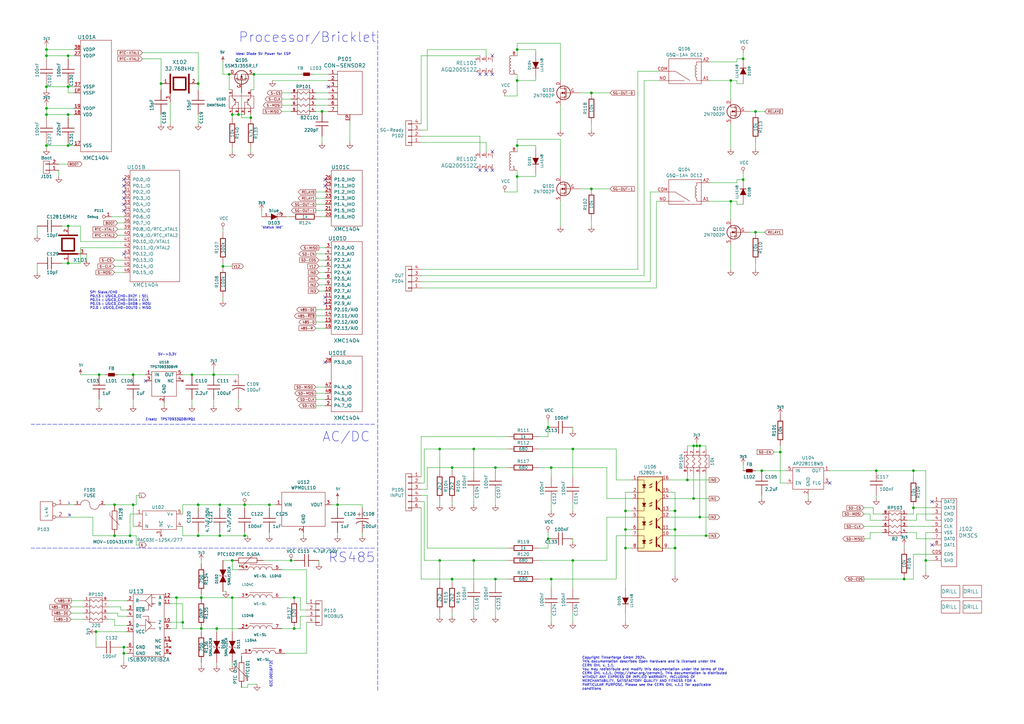
<source format=kicad_sch>
(kicad_sch (version 20231120) (generator "eeschema") (generator_version "8.0")
  (paper "A3")
  (title_block (title "Energy Manager Bricklet") (date "2024-07-17") (rev "2.1") (company "Tinkerforge GmbH") (comment 1 "Licensed under CERN OHL v.1.1") (comment 2 "Copyright (©) 2024, B.Nordmeyer <bastian@tinkerforge.com>"))
  (junction (at 194.31 184.15))
  (junction (at 95.25 229.87))
  (junction (at 180.34 184.15))
  (junction (at 50.8 267.97))
  (junction (at 256.54 224.79))
  (junction (at 284.48 204.47))
  (junction (at 224.79 220.98))
  (junction (at 46.99 219.71))
  (junction (at 276.86 209.55))
  (junction (at 224.79 175.26))
  (junction (at 95.25 46.99))
  (junction (at 27.94 107.95))
  (junction (at 287.02 212.09))
  (junction (at 97.79 46.99))
  (junction (at 212.09 20.32))
  (junction (at 374.65 208.28))
  (junction (at 281.94 196.85))
  (junction (at 289.56 219.71))
  (junction (at 100.33 219.71))
  (junction (at 276.86 217.17))
  (junction (at 110.49 207.01))
  (junction (at 320.04 185.42))
  (junction (at 95.25 245.11))
  (junction (at 312.42 193.04))
  (junction (at 226.06 237.49))
  (junction (at 359.41 193.04))
  (junction (at 276.86 224.79))
  (junction (at 374.65 193.04))
  (junction (at 81.28 34.29))
  (junction (at 74.93 255.27))
  (junction (at 72.39 245.11))
  (junction (at 81.28 219.71))
  (junction (at 27.94 46.99))
  (junction (at 54.61 153.67))
  (junction (at 27.94 35.56))
  (junction (at 93.98 30.48))
  (junction (at 242.57 38.1))
  (junction (at 370.84 237.49))
  (junction (at 88.9 257.81))
  (junction (at 256.54 209.55))
  (junction (at 180.34 229.87))
  (junction (at 287.02 182.88))
  (junction (at 212.09 33.02))
  (junction (at 19.05 59.69))
  (junction (at 87.63 153.67))
  (junction (at 90.17 207.01))
  (junction (at 78.74 153.67))
  (junction (at 379.73 229.87))
  (junction (at 46.99 207.01))
  (junction (at 19.05 35.56))
  (junction (at 309.88 95.25))
  (junction (at 100.33 207.01))
  (junction (at 39.37 259.08))
  (junction (at 19.05 20.32))
  (junction (at 234.95 184.15))
  (junction (at 309.88 45.72))
  (junction (at 54.61 207.01))
  (junction (at 226.06 191.77))
  (junction (at 284.48 182.88))
  (junction (at 299.72 82.55))
  (junction (at 104.14 30.48))
  (junction (at 299.72 33.02))
  (junction (at 50.8 265.43))
  (junction (at 138.43 207.01))
  (junction (at 19.05 22.86))
  (junction (at 102.87 48.26))
  (junction (at 120.65 245.11))
  (junction (at 40.64 153.67))
  (junction (at 185.42 237.49))
  (junction (at 119.38 229.87))
  (junction (at 194.31 229.87))
  (junction (at 53.34 219.71))
  (junction (at 90.17 219.71))
  (junction (at 132.08 45.72))
  (junction (at 285.75 182.88))
  (junction (at 19.05 46.99))
  (junction (at 27.94 59.69))
  (junction (at 203.2 237.49))
  (junction (at 81.28 207.01))
  (junction (at 27.94 92.71))
  (junction (at 242.57 77.47))
  (junction (at 212.09 72.39))
  (junction (at 82.55 257.81))
  (junction (at 19.05 44.45))
  (junction (at 82.55 245.11))
  (junction (at 203.2 191.77))
  (junction (at 66.04 34.29))
  (junction (at 304.8 24.13))
  (junction (at 304.8 73.66))
  (junction (at 185.42 191.77))
  (junction (at 234.95 229.87))
  (junction (at 27.94 22.86))
  (junction (at 256.54 217.17))
  (junction (at 91.44 109.22))
  (junction (at 212.09 59.69))
  (junction (at 120.65 257.81))
  (no_connect (at 340.36 198.12))
  (no_connect (at 201.93 62.23))
  (no_connect (at 196.85 30.48))
  (no_connect (at 382.27 205.74))
  (no_connect (at 59.69 156.21))
  (no_connect (at 199.39 69.85))
  (no_connect (at 199.39 30.48))
  (no_connect (at 134.62 35.56))
  (no_connect (at 201.93 69.85))
  (no_connect (at 382.27 223.52))
  (no_connect (at 133.35 121.92))
  (no_connect (at 50.8 78.74))
  (no_connect (at 50.8 76.2))
  (no_connect (at 201.93 30.48))
  (no_connect (at 196.85 69.85))
  (no_connect (at 133.35 73.66))
  (no_connect (at 133.35 124.46))
  (no_connect (at 201.93 22.86))
  (no_connect (at 133.35 76.2))
  (no_connect (at 50.8 83.82))
  (no_connect (at 50.8 73.66))
  (no_connect (at 50.8 81.28))
  (no_connect (at 50.8 86.36))
  (no_connect (at 50.8 104.14))
  (no_connect (at 133.35 148.59))
  (wire (pts (xy 203.2 203.2) (xy 203.2 207.01)))
  (wire (pts (xy 49.53 250.19) (xy 49.53 248.92)))
  (wire (pts (xy 125.73 250.19) (xy 123.19 250.19)))
  (wire (pts (xy 212.09 20.32) (xy 212.09 22.86)))
  (wire (pts (xy 134.62 45.72) (xy 132.08 45.72)))
  (wire (pts (xy 72.39 245.11) (xy 82.55 245.11)))
  (wire (pts (xy 133.35 101.6) (xy 130.81 101.6)))
  (wire (pts (xy 134.62 30.48) (xy 128.27 30.48)))
  (wire (pts (xy 55.88 219.71) (xy 55.88 223.52)))
  (wire (pts (xy 115.57 257.81) (xy 120.65 257.81)))
  (wire (pts (xy 212.09 39.37) (xy 207.01 39.37)))
  (wire (pts (xy 34.29 254) (xy 29.21 254)))
  (wire (pts (xy 234.95 209.55) (xy 234.95 205.74)))
  (wire (pts (xy 173.99 205.74) (xy 172.72 205.74)))
  (wire (pts (xy 372.11 218.44) (xy 375.92 218.44)))
  (wire (pts (xy 374.65 237.49) (xy 370.84 237.49)))
  (wire (pts (xy 203.2 191.77) (xy 185.42 191.77)))
  (wire (pts (xy 284.48 194.31) (xy 284.48 204.47)))
  (wire (pts (xy 54.61 207.01) (xy 55.88 207.01)))
  (wire (pts (xy 138.43 207.01) (xy 138.43 208.28)))
  (wire (pts (xy 43.18 153.67) (xy 40.64 153.67)))
  (wire (pts (xy 375.92 210.82) (xy 382.27 210.82)))
  (wire (pts (xy 95.25 233.68) (xy 97.79 233.68)))
  (wire (pts (xy 175.26 203.2) (xy 175.26 224.79)))
  (wire (pts (xy 256.54 201.93) (xy 256.54 209.55)))
  (wire (pts (xy 224.79 218.44) (xy 224.79 220.98)))
  (wire (pts (xy 91.44 229.87) (xy 95.25 229.87)))
  (wire (pts (xy 15.24 96.52) (xy 15.24 92.71)))
  (wire (pts (xy 289.56 184.15) (xy 289.56 182.88)))
  (wire (pts (xy 38.1 219.71) (xy 46.99 219.71)))
  (wire (pts (xy 256.54 255.27) (xy 256.54 251.46)))
  (wire (pts (xy 379.73 218.44) (xy 382.27 218.44)))
  (wire (pts (xy 74.93 207.01) (xy 74.93 210.82)))
  (wire (pts (xy 119.38 40.64) (xy 115.57 40.64)))
  (wire (pts (xy 259.08 217.17) (xy 256.54 217.17)))
  (wire (pts (xy 130.81 114.3) (xy 133.35 114.3)))
  (wire (pts (xy 180.34 184.15) (xy 180.34 193.04)))
  (wire (pts (xy 274.32 209.55) (xy 276.86 209.55)))
  (wire (pts (xy 95.25 245.11) (xy 95.25 259.08)))
  (wire (pts (xy 91.44 123.19) (xy 91.44 121.92)))
  (wire (pts (xy 52.07 252.73) (xy 48.26 252.73)))
  (wire (pts (xy 48.26 93.98) (xy 50.8 93.98)))
  (wire (pts (xy 212.09 57.15) (xy 229.87 57.15)))
  (wire (pts (xy 252.73 219.71) (xy 259.08 219.71)))
  (wire (pts (xy 19.05 34.29) (xy 19.05 35.56)))
  (wire (pts (xy 27.94 107.95) (xy 33.02 107.95)))
  (wire (pts (xy 226.06 191.77) (xy 248.92 191.77)))
  (wire (pts (xy 379.73 193.04) (xy 379.73 213.36)))
  (wire (pts (xy 196.85 22.86) (xy 172.72 22.86)))
  (wire (pts (xy 212.09 59.69) (xy 212.09 62.23)))
  (wire (pts (xy 133.35 106.68) (xy 130.81 106.68)))
  (wire (pts (xy 133.35 161.29) (xy 129.54 161.29)))
  (wire (pts (xy 317.5 185.42) (xy 320.04 185.42)))
  (wire (pts (xy 229.87 17.78) (xy 229.87 33.02)))
  (wire (pts (xy 382.27 215.9) (xy 372.11 215.9)))
  (wire (pts (xy 356.87 218.44) (xy 361.95 218.44)))
  (wire (pts (xy 185.42 252.73) (xy 185.42 251.46)))
  (wire (pts (xy 129.54 81.28) (xy 133.35 81.28)))
  (wire (pts (xy 220.98 179.07) (xy 224.79 179.07)))
  (wire (pts (xy 107.95 229.87) (xy 119.38 229.87)))
  (wire (pts (xy 27.94 46.99) (xy 30.48 46.99)))
  (wire (pts (xy 281.94 182.88) (xy 284.48 182.88)))
  (wire (pts (xy 90.17 219.71) (xy 90.17 218.44)))
  (wire (pts (xy 87.63 153.67) (xy 97.79 153.67)))
  (wire (pts (xy 27.94 92.71) (xy 33.02 92.71)))
  (wire (pts (xy 50.8 111.76) (xy 46.99 111.76)))
  (wire (pts (xy 269.24 82.55) (xy 269.24 118.11)))
  (wire (pts (xy 226.06 237.49) (xy 252.73 237.49)))
  (wire (pts (xy 27.94 34.29) (xy 27.94 35.56)))
  (wire (pts (xy 53.34 219.71) (xy 46.99 219.71)))
  (wire (pts (xy 135.89 207.01) (xy 138.43 207.01)))
  (wire (pts (xy 129.54 86.36) (xy 133.35 86.36)))
  (wire (pts (xy 54.61 166.37) (xy 54.61 163.83)))
  (wire (pts (xy 261.62 110.49) (xy 261.62 29.21)))
  (wire (pts (xy 226.06 195.58) (xy 226.06 191.77)))
  (wire (pts (xy 129.54 158.75) (xy 133.35 158.75)))
  (wire (pts (xy 97.79 163.83) (xy 97.79 166.37)))
  (wire (pts (xy 274.32 217.17) (xy 276.86 217.17)))
  (wire (pts (xy 107.315 86.36) (xy 107.315 88.9)))
  (wire (pts (xy 340.36 193.04) (xy 359.41 193.04)))
  (wire (pts (xy 203.2 238.76) (xy 203.2 237.49)))
  (wire (pts (xy 81.28 50.8) (xy 81.28 46.99)))
  (wire (pts (xy 19.05 22.86) (xy 27.94 22.86)))
  (wire (pts (xy 237.49 38.1) (xy 242.57 38.1)))
  (wire (pts (xy 50.8 267.97) (xy 50.8 271.78)))
  (wire (pts (xy 81.28 21.59) (xy 81.28 34.29)))
  (wire (pts (xy 375.92 220.98) (xy 382.27 220.98)))
  (wire (pts (xy 29.21 246.38) (xy 34.29 246.38)))
  (wire (pts (xy 276.86 201.93) (xy 276.86 209.55)))
  (wire (pts (xy 372.11 213.36) (xy 375.92 213.36)))
  (wire (pts (xy 173.99 184.15) (xy 180.34 184.15)))
  (wire (pts (xy 175.26 53.34) (xy 172.72 53.34)))
  (wire (pts (xy 124.46 219.71) (xy 124.46 218.44)))
  (wire (pts (xy 133.35 129.54) (xy 129.54 129.54)))
  (wire (pts (xy 52.07 246.38) (xy 44.45 246.38)))
  (wire (pts (xy 220.98 191.77) (xy 226.06 191.77)))
  (wire (pts (xy 27.94 59.69) (xy 30.48 59.69)))
  (wire (pts (xy 248.92 191.77) (xy 248.92 204.47)))
  (wire (pts (xy 27.94 38.1) (xy 30.48 38.1)))
  (wire (pts (xy 74.93 255.27) (xy 74.93 257.81)))
  (wire (pts (xy 354.33 208.28) (xy 358.14 208.28)))
  (wire (pts (xy 220.98 184.15) (xy 234.95 184.15)))
  (polyline (pts (xy 153.67 173.99) (xy 12.7 173.99)) (stroke (width 0) (type dash)))
  (wire (pts (xy 313.69 45.72) (xy 309.88 45.72)))
  (wire (pts (xy 125.73 267.97) (xy 116.84 267.97)))
  (wire (pts (xy 285.75 182.88) (xy 285.75 181.61)))
  (wire (pts (xy 25.4 107.95) (xy 27.94 107.95)))
  (wire (pts (xy 172.72 58.42) (xy 199.39 58.42)))
  (wire (pts (xy 234.95 176.53) (xy 234.95 175.26)))
  (wire (pts (xy 234.95 184.15) (xy 252.73 184.15)))
  (wire (pts (xy 104.14 30.48) (xy 123.19 30.48)))
  (wire (pts (xy 19.05 35.56) (xy 19.05 36.83)))
  (wire (pts (xy 309.88 45.72) (xy 307.34 45.72)))
  (wire (pts (xy 172.72 179.07) (xy 208.28 179.07)))
  (wire (pts (xy 58.42 21.59) (xy 81.28 21.59)))
  (wire (pts (xy 133.35 111.76) (xy 130.81 111.76)))
  (wire (pts (xy 82.55 245.11) (xy 95.25 245.11)))
  (wire (pts (xy 115.57 43.18) (xy 119.38 43.18)))
  (polyline (pts (xy 153.67 224.79) (xy 12.7 224.79)) (stroke (width 0) (type dash)))
  (wire (pts (xy 229.87 57.15) (xy 229.87 72.39)))
  (wire (pts (xy 180.34 184.15) (xy 194.31 184.15)))
  (wire (pts (xy 78.74 153.67) (xy 87.63 153.67)))
  (wire (pts (xy 52.07 267.97) (xy 50.8 267.97)))
  (wire (pts (xy 55.88 207.01) (xy 55.88 203.2)))
  (wire (pts (xy 48.26 251.46) (xy 44.45 251.46)))
  (wire (pts (xy 27.94 22.86) (xy 30.48 22.86)))
  (wire (pts (xy 67.31 166.37) (xy 67.31 165.1)))
  (wire (pts (xy 203.2 248.92) (xy 203.2 252.73)))
  (wire (pts (xy 81.28 219.71) (xy 81.28 218.44)))
  (wire (pts (xy 27.94 35.56) (xy 19.05 35.56)))
  (wire (pts (xy 88.9 257.81) (xy 97.79 257.81)))
  (wire (pts (xy 82.55 257.81) (xy 88.9 257.81)))
  (wire (pts (xy 43.18 207.01) (xy 46.99 207.01)))
  (wire (pts (xy 19.05 59.69) (xy 19.05 60.96)))
  (wire (pts (xy 88.9 257.81) (xy 88.9 259.08)))
  (wire (pts (xy 172.72 179.07) (xy 172.72 195.58)))
  (wire (pts (xy 29.21 251.46) (xy 34.29 251.46)))
  (wire (pts (xy 19.05 46.99) (xy 27.94 46.99)))
  (wire (pts (xy 99.06 267.97) (xy 99.06 269.24)))
  (wire (pts (xy 304.8 83.82) (xy 302.26 83.82)))
  (wire (pts (xy 110.49 219.71) (xy 110.49 218.44)))
  (wire (pts (xy 87.63 151.13) (xy 87.63 153.67)))
  (wire (pts (xy 69.85 257.81) (xy 72.39 257.81)))
  (wire (pts (xy 212.09 17.78) (xy 212.09 20.32)))
  (wire (pts (xy 99.06 48.26) (xy 99.06 38.1)))
  (wire (pts (xy 93.98 30.48) (xy 93.98 36.83)))
  (wire (pts (xy 266.7 115.57) (xy 172.72 115.57)))
  (wire (pts (xy 27.94 22.86) (xy 27.94 24.13)))
  (wire (pts (xy 382.27 208.28) (xy 374.65 208.28)))
  (wire (pts (xy 261.62 29.21) (xy 270.51 29.21)))
  (wire (pts (xy 219.71 33.02) (xy 219.71 31.75)))
  (wire (pts (xy 302.26 34.29) (xy 302.26 33.02)))
  (wire (pts (xy 27.94 46.99) (xy 27.94 48.26)))
  (wire (pts (xy 287.02 182.88) (xy 287.02 184.15)))
  (wire (pts (xy 208.28 229.87) (xy 194.31 229.87)))
  (wire (pts (xy 256.54 217.17) (xy 256.54 224.79)))
  (wire (pts (xy 302.26 82.55) (xy 299.72 82.55)))
  (wire (pts (xy 100.33 207.01) (xy 110.49 207.01)))
  (wire (pts (xy 131.445 88.9) (xy 133.35 88.9)))
  (wire (pts (xy 264.16 33.02) (xy 264.16 113.03)))
  (wire (pts (xy 203.2 237.49) (xy 185.42 237.49)))
  (wire (pts (xy 66.04 50.8) (xy 66.04 46.99)))
  (wire (pts (xy 138.43 207.01) (xy 148.59 207.01)))
  (wire (pts (xy 48.26 252.73) (xy 48.26 251.46)))
  (wire (pts (xy 226.06 209.55) (xy 226.06 205.74)))
  (wire (pts (xy 212.09 72.39) (xy 212.09 78.74)))
  (wire (pts (xy 172.72 118.11) (xy 269.24 118.11)))
  (wire (pts (xy 229.87 82.55) (xy 229.87 92.71)))
  (wire (pts (xy 34.29 248.92) (xy 29.21 248.92)))
  (wire (pts (xy 30.48 44.45) (xy 19.05 44.45)))
  (wire (pts (xy 102.87 62.23) (xy 102.87 60.96)))
  (wire (pts (xy 104.14 36.83) (xy 104.14 30.48)))
  (wire (pts (xy 123.19 250.19) (xy 123.19 245.11)))
  (wire (pts (xy 274.32 224.79) (xy 276.86 224.79)))
  (wire (pts (xy 299.72 100.33) (xy 299.72 110.49)))
  (wire (pts (xy 226.06 255.27) (xy 226.06 251.46)))
  (wire (pts (xy 276.86 217.17) (xy 276.86 224.79)))
  (wire (pts (xy 97.79 46.99) (xy 95.25 46.99)))
  (wire (pts (xy 123.19 252.73) (xy 125.73 252.73)))
  (wire (pts (xy 173.99 184.15) (xy 173.99 198.12)))
  (wire (pts (xy 304.8 73.66) (xy 304.8 71.12)))
  (wire (pts (xy 172.72 237.49) (xy 185.42 237.49)))
  (wire (pts (xy 19.05 22.86) (xy 19.05 24.13)))
  (wire (pts (xy 302.26 24.13) (xy 304.8 24.13)))
  (wire (pts (xy 172.72 22.86) (xy 172.72 50.8)))
  (wire (pts (xy 95.25 273.05) (xy 95.25 271.78)))
  (wire (pts (xy 90.17 207.01) (xy 100.33 207.01)))
  (wire (pts (xy 375.92 218.44) (xy 375.92 220.98)))
  (wire (pts (xy 220.98 237.49) (xy 226.06 237.49)))
  (wire (pts (xy 27.94 212.09) (xy 38.1 212.09)))
  (wire (pts (xy 33.02 99.06) (xy 50.8 99.06)))
  (wire (pts (xy 220.98 229.87) (xy 234.95 229.87)))
  (wire (pts (xy 50.8 265.43) (xy 52.07 265.43)))
  (wire (pts (xy 382.27 213.36) (xy 379.73 213.36)))
  (wire (pts (xy 194.31 229.87) (xy 194.31 238.76)))
  (wire (pts (xy 15.24 111.76) (xy 15.24 107.95)))
  (wire (pts (xy 91.44 107.95) (xy 91.44 109.22)))
  (wire (pts (xy 74.93 257.81) (xy 82.55 257.81)))
  (wire (pts (xy 274.32 201.93) (xy 276.86 201.93)))
  (wire (pts (xy 78.74 163.83) (xy 78.74 166.37)))
  (wire (pts (xy 320.04 185.42) (xy 320.04 182.88)))
  (wire (pts (xy 81.28 207.01) (xy 74.93 207.01)))
  (wire (pts (xy 199.39 22.86) (xy 199.39 20.32)))
  (wire (pts (xy 199.39 58.42) (xy 199.39 62.23)))
  (wire (pts (xy 125.73 233.68) (xy 125.73 247.65)))
  (wire (pts (xy 175.26 20.32) (xy 175.26 53.34)))
  (wire (pts (xy 302.26 25.4) (xy 290.83 25.4)))
  (wire (pts (xy 66.04 36.83) (xy 66.04 34.29)))
  (wire (pts (xy 87.63 166.37) (xy 87.63 163.83)))
  (wire (pts (xy 129.54 40.64) (xy 134.62 40.64)))
  (wire (pts (xy 374.65 193.04) (xy 379.73 193.04)))
  (wire (pts (xy 119.38 45.72) (xy 115.57 45.72)))
  (wire (pts (xy 281.94 184.15) (xy 281.94 182.88)))
  (wire (pts (xy 54.61 207.01) (xy 54.61 215.9)))
  (wire (pts (xy 110.49 207.01) (xy 113.03 207.01)))
  (wire (pts (xy 115.57 233.68) (xy 125.73 233.68)))
  (wire (pts (xy 82.55 245.11) (xy 82.55 243.84)))
  (wire (pts (xy 226.06 241.3) (xy 226.06 237.49)))
  (wire (pts (xy 66.04 24.13) (xy 58.42 24.13)))
  (wire (pts (xy 256.54 241.3) (xy 256.54 224.79)))
  (wire (pts (xy 69.85 247.65) (xy 74.93 247.65)))
  (wire (pts (xy 50.8 106.68) (xy 46.99 106.68)))
  (wire (pts (xy 299.72 82.55) (xy 290.83 82.55)))
  (wire (pts (xy 24.13 72.39) (xy 24.13 69.85)))
  (wire (pts (xy 120.65 257.81) (xy 123.19 257.81)))
  (wire (pts (xy 259.08 201.93) (xy 256.54 201.93)))
  (wire (pts (xy 219.71 59.69) (xy 212.09 59.69)))
  (wire (pts (xy 299.72 50.8) (xy 299.72 60.96)))
  (wire (pts (xy 133.35 116.84) (xy 130.81 116.84)))
  (wire (pts (xy 299.72 33.02) (xy 290.83 33.02)))
  (wire (pts (xy 123.19 257.81) (xy 123.19 252.73)))
  (wire (pts (xy 285.75 182.88) (xy 287.02 182.88)))
  (wire (pts (xy 194.31 184.15) (xy 194.31 193.04)))
  (wire (pts (xy 27.94 67.31) (xy 24.13 67.31)))
  (wire (pts (xy 74.93 247.65) (xy 74.93 255.27)))
  (wire (pts (xy 224.79 172.72) (xy 224.79 175.26)))
  (wire (pts (xy 304.8 190.5) (xy 304.8 193.04)))
  (wire (pts (xy 66.04 34.29) (xy 66.04 24.13)))
  (wire (pts (xy 284.48 204.47) (xy 290.83 204.47)))
  (wire (pts (xy 102.87 48.26) (xy 99.06 48.26)))
  (wire (pts (xy 19.05 58.42) (xy 19.05 59.69)))
  (wire (pts (xy 203.2 191.77) (xy 208.28 191.77)))
  (wire (pts (xy 49.53 265.43) (xy 50.8 265.43)))
  (wire (pts (xy 74.93 153.67) (xy 78.74 153.67)))
  (wire (pts (xy 284.48 182.88) (xy 284.48 184.15)))
  (wire (pts (xy 48.26 153.67) (xy 54.61 153.67)))
  (wire (pts (xy 138.43 219.71) (xy 138.43 218.44)))
  (wire (pts (xy 46.99 207.01) (xy 54.61 207.01)))
  (wire (pts (xy 81.28 219.71) (xy 90.17 219.71)))
  (wire (pts (xy 172.72 200.66) (xy 175.26 200.66)))
  (wire (pts (xy 90.17 208.28) (xy 90.17 207.01)))
  (wire (pts (xy 259.08 209.55) (xy 256.54 209.55)))
  (wire (pts (xy 359.41 193.04) (xy 374.65 193.04)))
  (wire (pts (xy 289.56 194.31) (xy 289.56 219.71)))
  (wire (pts (xy 19.05 19.05) (xy 19.05 20.32)))
  (wire (pts (xy 234.95 222.25) (xy 234.95 220.98)))
  (wire (pts (xy 175.26 224.79) (xy 208.28 224.79)))
  (wire (pts (xy 281.94 194.31) (xy 281.94 196.85)))
  (wire (pts (xy 212.09 30.48) (xy 212.09 33.02)))
  (wire (pts (xy 382.27 229.87) (xy 379.73 229.87)))
  (wire (pts (xy 361.95 215.9) (xy 354.33 215.9)))
  (wire (pts (xy 356.87 213.36) (xy 356.87 210.82)))
  (wire (pts (xy 302.26 74.93) (xy 290.83 74.93)))
  (wire (pts (xy 374.65 210.82) (xy 372.11 210.82)))
  (wire (pts (xy 312.42 204.47) (xy 312.42 203.2)))
  (wire (pts (xy 224.79 175.26) (xy 224.79 179.07)))
  (wire (pts (xy 19.05 59.69) (xy 27.94 59.69)))
  (wire (pts (xy 242.57 53.34) (xy 242.57 50.8)))
  (wire (pts (xy 129.54 83.82) (xy 133.35 83.82)))
  (wire (pts (xy 46.99 254) (xy 44.45 254)))
  (wire (pts (xy 359.41 204.47) (xy 359.41 203.2)))
  (wire (pts (xy 50.8 109.22) (xy 46.99 109.22)))
  (wire (pts (xy 82.55 231.14) (xy 82.55 229.87)))
  (wire (pts (xy 274.32 204.47) (xy 284.48 204.47)))
  (polyline (pts (xy 154.94 283.21) (xy 154.94 12.7)) (stroke (width 0) (type dash)))
  (wire (pts (xy 130.81 119.38) (xy 133.35 119.38)))
  (wire (pts (xy 95.25 245.11) (xy 97.79 245.11)))
  (wire (pts (xy 313.69 95.25) (xy 309.88 95.25)))
  (wire (pts (xy 102.87 36.83) (xy 104.14 36.83)))
  (wire (pts (xy 354.33 220.98) (xy 356.87 220.98)))
  (wire (pts (xy 242.57 38.1) (xy 250.19 38.1)))
  (wire (pts (xy 125.73 255.27) (xy 125.73 267.97)))
  (wire (pts (xy 54.61 153.67) (xy 59.69 153.67)))
  (wire (pts (xy 379.73 218.44) (xy 379.73 229.87)))
  (wire (pts (xy 287.02 182.88) (xy 289.56 182.88)))
  (wire (pts (xy 266.7 78.74) (xy 270.51 78.74)))
  (wire (pts (xy 100.33 207.01) (xy 100.33 208.28)))
  (wire (pts (xy 172.72 208.28) (xy 172.72 237.49)))
  (wire (pts (xy 252.73 196.85) (xy 252.73 184.15)))
  (wire (pts (xy 194.31 248.92) (xy 194.31 252.73)))
  (wire (pts (xy 264.16 113.03) (xy 172.72 113.03)))
  (wire (pts (xy 299.72 40.64) (xy 299.72 33.02)))
  (wire (pts (xy 185.42 193.04) (xy 185.42 191.77)))
  (wire (pts (xy 374.65 195.58) (xy 374.65 193.04)))
  (wire (pts (xy 30.48 35.56) (xy 27.94 35.56)))
  (wire (pts (xy 320.04 198.12) (xy 320.04 185.42)))
  (wire (pts (xy 95.25 62.23) (xy 95.25 60.96)))
  (wire (pts (xy 304.8 34.29) (xy 302.26 34.29)))
  (wire (pts (xy 134.62 43.18) (xy 129.54 43.18)))
  (wire (pts (xy 356.87 210.82) (xy 354.33 210.82)))
  (wire (pts (xy 234.95 255.27) (xy 234.95 251.46)))
  (wire (pts (xy 287.02 194.31) (xy 287.02 212.09)))
  (wire (pts (xy 322.58 198.12) (xy 320.04 198.12)))
  (wire (pts (xy 180.34 229.87) (xy 194.31 229.87)))
  (wire (pts (xy 123.19 245.11) (xy 120.65 245.11)))
  (wire (pts (xy 48.26 91.44) (xy 50.8 91.44)))
  (wire (pts (xy 175.26 200.66) (xy 175.26 191.77)))
  (wire (pts (xy 101.6 280.67) (xy 105.41 280.67)))
  (wire (pts (xy 129.54 132.08) (xy 133.35 132.08)))
  (wire (pts (xy 309.88 193.04) (xy 312.42 193.04)))
  (wire (pts (xy 133.35 134.62) (xy 129.54 134.62)))
  (wire (pts (xy 242.57 77.47) (xy 250.19 77.47)))
  (wire (pts (xy 274.32 196.85) (xy 281.94 196.85)))
  (wire (pts (xy 88.9 273.05) (xy 88.9 271.78)))
  (wire (pts (xy 219.71 20.32) (xy 212.09 20.32)))
  (wire (pts (xy 91.44 242.57) (xy 92.71 242.57)))
  (wire (pts (xy 39.37 265.43) (xy 39.37 259.08)))
  (wire (pts (xy 248.92 212.09) (xy 248.92 229.87)))
  (wire (pts (xy 203.2 237.49) (xy 208.28 237.49)))
  (wire (pts (xy 129.54 45.72) (xy 132.08 45.72)))
  (wire (pts (xy 172.72 110.49) (xy 261.62 110.49)))
  (wire (pts (xy 287.02 212.09) (xy 290.83 212.09)))
  (wire (pts (xy 52.07 250.19) (xy 49.53 250.19)))
  (wire (pts (xy 382.27 227.33) (xy 374.65 227.33)))
  (wire (pts (xy 304.8 24.13) (xy 304.8 21.59)))
  (wire (pts (xy 276.86 209.55) (xy 276.86 217.17)))
  (wire (pts (xy 358.14 208.28) (xy 358.14 210.82)))
  (wire (pts (xy 212.09 72.39) (xy 219.71 72.39)))
  (wire (pts (xy 361.95 213.36) (xy 356.87 213.36)))
  (wire (pts (xy 101.6 281.94) (xy 101.6 280.67)))
  (wire (pts (xy 133.35 166.37) (xy 129.54 166.37)))
  (wire (pts (xy 138.43 207.01) (xy 138.43 204.47)))
  (wire (pts (xy 69.85 255.27) (xy 74.93 255.27)))
  (wire (pts (xy 90.17 207.01) (xy 81.28 207.01)))
  (wire (pts (xy 185.42 207.01) (xy 185.42 205.74)))
  (wire (pts (xy 370.84 237.49) (xy 354.33 237.49)))
  (wire (pts (xy 35.56 106.68) (xy 35.56 104.14)))
  (wire (pts (xy 91.44 30.48) (xy 93.98 30.48)))
  (wire (pts (xy 302.26 33.02) (xy 299.72 33.02)))
  (wire (pts (xy 299.72 90.17) (xy 299.72 82.55)))
  (wire (pts (xy 129.54 104.14) (xy 133.35 104.14)))
  (wire (pts (xy 269.24 82.55) (xy 270.51 82.55)))
  (wire (pts (xy 82.55 273.05) (xy 82.55 271.78)))
  (wire (pts (xy 203.2 193.04) (xy 203.2 191.77)))
  (wire (pts (xy 175.26 191.77) (xy 185.42 191.77)))
  (wire (pts (xy 19.05 44.45) (xy 19.05 46.99)))
  (wire (pts (xy 93.98 36.83) (xy 95.25 36.83)))
  (wire (pts (xy 30.48 20.32) (xy 19.05 20.32)))
  (wire (pts (xy 134.62 38.1) (xy 129.54 38.1)))
  (wire (pts (xy 302.26 83.82) (xy 302.26 82.55)))
  (wire (pts (xy 309.88 95.25) (xy 307.34 95.25)))
  (wire (pts (xy 234.95 229.87) (xy 248.92 229.87)))
  (wire (pts (xy 229.87 43.18) (xy 229.87 53.34)))
  (wire (pts (xy 266.7 78.74) (xy 266.7 115.57)))
  (wire (pts (xy 173.99 229.87) (xy 173.99 205.74)))
  (wire (pts (xy 302.26 25.4) (xy 302.26 24.13)))
  (wire (pts (xy 234.95 241.3) (xy 234.95 229.87)))
  (wire (pts (xy 27.94 35.56) (xy 27.94 38.1)))
  (wire (pts (xy 148.59 207.01) (xy 148.59 208.28)))
  (wire (pts (xy 132.08 55.88) (xy 132.08 58.42)))
  (wire (pts (xy 374.65 227.33) (xy 374.65 237.49)))
  (wire (pts (xy 212.09 57.15) (xy 212.09 59.69)))
  (wire (pts (xy 256.54 224.79) (xy 259.08 224.79)))
  (wire (pts (xy 219.71 21.59) (xy 219.71 20.32)))
  (wire (pts (xy 212.09 33.02) (xy 219.71 33.02)))
  (wire (pts (xy 100.33 218.44) (xy 100.33 219.71)))
  (wire (pts (xy 19.05 20.32) (xy 19.05 22.86)))
  (wire (pts (xy 81.28 208.28) (xy 81.28 207.01)))
  (wire (pts (xy 33.02 101.6) (xy 50.8 101.6)))
  (wire (pts (xy 375.92 213.36) (xy 375.92 210.82)))
  (wire (pts (xy 50.8 88.9) (xy 45.72 88.9)))
  (wire (pts (xy 74.93 215.9) (xy 74.93 219.71)))
  (wire (pts (xy 289.56 219.71) (xy 290.83 219.71)))
  (wire (pts (xy 102.87 48.26) (xy 102.87 46.99)))
  (wire (pts (xy 95.25 229.87) (xy 95.25 233.68)))
  (wire (pts (xy 90.17 219.71) (xy 100.33 219.71)))
  (wire (pts (xy 19.05 46.99) (xy 19.05 48.26)))
  (wire (pts (xy 55.88 215.9) (xy 54.61 215.9)))
  (wire (pts (xy 72.39 257.81) (xy 72.39 245.11)))
  (wire (pts (xy 117.475 88.9) (xy 118.745 88.9)))
  (wire (pts (xy 356.87 220.98) (xy 356.87 218.44)))
  (wire (pts (xy 234.95 195.58) (xy 234.95 184.15)))
  (wire (pts (xy 180.34 207.01) (xy 180.34 205.74)))
  (wire (pts (xy 309.88 110.49) (xy 309.88 107.95)))
  (wire (pts (xy 95.25 48.26) (xy 95.25 46.99)))
  (wire (pts (xy 172.72 203.2) (xy 175.26 203.2)))
  (wire (pts (xy 33.02 107.95) (xy 33.02 101.6)))
  (wire (pts (xy 199.39 20.32) (xy 175.26 20.32)))
  (wire (pts (xy 148.59 219.71) (xy 148.59 218.44)))
  (wire (pts (xy 129.54 163.83) (xy 133.35 163.83)))
  (wire (pts (xy 274.32 212.09) (xy 287.02 212.09)))
  (wire (pts (xy 50.8 265.43) (xy 50.8 267.97)))
  (wire (pts (xy 33.02 92.71) (xy 33.02 99.06)))
  (wire (pts (xy 259.08 196.85) (xy 252.73 196.85)))
  (wire (pts (xy 284.48 182.88) (xy 285.75 182.88)))
  (wire (pts (xy 180.34 252.73) (xy 180.34 251.46)))
  (wire (pts (xy 49.53 248.92) (xy 44.45 248.92)))
  (wire (pts (xy 358.14 210.82) (xy 361.95 210.82)))
  (wire (pts (xy 38.1 212.09) (xy 38.1 219.71)))
  (wire (pts (xy 374.65 208.28) (xy 374.65 210.82)))
  (wire (pts (xy 252.73 237.49) (xy 252.73 219.71)))
  (wire (pts (xy 248.92 204.47) (xy 259.08 204.47)))
  (wire (pts (xy 173.99 198.12) (xy 172.72 198.12)))
  (wire (pts (xy 196.85 55.88) (xy 196.85 62.23)))
  (wire (pts (xy 27.94 207.01) (xy 30.48 207.01)))
  (wire (pts (xy 219.71 60.96) (xy 219.71 59.69)))
  (wire (pts (xy 212.09 69.85) (xy 212.09 72.39)))
  (wire (pts (xy 82.55 259.08) (xy 82.55 257.81)))
  (wire (pts (xy 212.09 17.78) (xy 229.87 17.78)))
  (wire (pts (xy 100.33 219.71) (xy 101.6 219.71)))
  (wire (pts (xy 100.33 46.99) (xy 97.79 46.99)))
  (wire (pts (xy 27.94 59.69) (xy 27.94 58.42)))
  (wire (pts (xy 194.31 203.2) (xy 194.31 207.01)))
  (wire (pts (xy 55.88 203.2) (xy 57.15 203.2)))
  (wire (pts (xy 99.06 281.94) (xy 101.6 281.94)))
  (wire (pts (xy 55.88 223.52) (xy 57.15 223.52)))
  (wire (pts (xy 312.42 193.04) (xy 322.58 193.04)))
  (wire (pts (xy 212.09 78.74) (xy 207.01 78.74)))
  (wire (pts (xy 259.08 212.09) (xy 248.92 212.09)))
  (wire (pts (xy 69.85 245.11) (xy 72.39 245.11)))
  (wire (pts (xy 53.34 210.82) (xy 53.34 219.71)))
  (wire (pts (xy 134.62 33.02) (xy 111.76 33.02)))
  (wire (pts (xy 379.73 234.95) (xy 379.73 229.87)))
  (wire (pts (xy 52.07 256.54) (xy 46.99 256.54)))
  (wire (pts (xy 208.28 184.15) (xy 194.31 184.15)))
  (wire (pts (xy 130.81 229.87) (xy 130.81 231.14)))
  (wire (pts (xy 91.44 95.25) (xy 91.44 93.98)))
  (wire (pts (xy 242.57 92.71) (xy 242.57 90.17)))
  (wire (pts (xy 74.93 219.71) (xy 81.28 219.71)))
  (wire (pts (xy 91.44 30.48) (xy 91.44 25.4)))
  (wire (pts (xy 173.99 229.87) (xy 180.34 229.87)))
  (wire (pts (xy 115.57 245.11) (xy 120.65 245.11)))
  (wire (pts (xy 331.47 203.2) (xy 331.47 204.47)))
  (wire (pts (xy 219.71 72.39) (xy 219.71 71.12)))
  (wire (pts (xy 276.86 224.79) (xy 276.86 236.22)))
  (wire (pts (xy 224.79 220.98) (xy 224.79 224.79)))
  (wire (pts (xy 264.16 33.02) (xy 270.51 33.02)))
  (wire (pts (xy 281.94 196.85) (xy 290.83 196.85)))
  (wire (pts (xy 40.64 166.37) (xy 40.64 163.83)))
  (wire (pts (xy 115.57 38.1) (xy 119.38 38.1)))
  (wire (pts (xy 237.49 77.47) (xy 242.57 77.47)))
  (wire (pts (xy 185.42 238.76) (xy 185.42 237.49)))
  (wire (pts (xy 309.88 60.96) (xy 309.88 58.42)))
  (wire (pts (xy 69.85 50.8) (xy 69.85 41.91)))
  (wire (pts (xy 33.02 153.67) (xy 40.64 153.67)))
  (wire (pts (xy 55.88 210.82) (xy 53.34 210.82)))
  (wire (pts (xy 129.54 78.74) (xy 133.35 78.74)))
  (wire (pts (xy 55.88 219.71) (xy 53.34 219.71)))
  (wire (pts (xy 220.98 224.79) (xy 224.79 224.79)))
  (wire (pts (xy 302.26 74.93) (xy 302.26 73.66)))
  (wire (pts (xy 25.4 92.71) (xy 27.94 92.71)))
  (wire (pts (xy 119.38 229.87) (xy 120.65 229.87)))
  (wire (pts (xy 129.54 127) (xy 133.35 127)))
  (wire (pts (xy 39.37 259.08) (xy 52.07 259.08)))
  (wire (pts (xy 50.8 96.52) (xy 48.26 96.52)))
  (wire (pts (xy 180.34 229.87) (xy 180.34 238.76)))
  (wire (pts (xy 110.49 208.28) (xy 110.49 207.01)))
  (wire (pts (xy 370.84 224.79) (xy 370.84 223.52)))
  (wire (pts (xy 133.35 109.22) (xy 130.81 109.22)))
  (wire (pts (xy 172.72 55.88) (xy 196.85 55.88)))
  (wire (pts (xy 81.28 36.83) (xy 81.28 34.29)))
  (wire (pts (xy 143.51 49.53) (xy 143.51 58.42)))
  (wire (pts (xy 46.99 256.54) (xy 46.99 254)))
  (wire (pts (xy 95.25 109.22) (xy 91.44 109.22)))
  (wire (pts (xy 256.54 209.55) (xy 256.54 217.17)))
  (wire (pts (xy 302.26 73.66) (xy 304.8 73.66)))
  (wire (pts (xy 19.05 43.18) (xy 19.05 44.45)))
  (wire (pts (xy 212.09 33.02) (xy 212.09 39.37)))
  (wire (pts (xy 274.32 219.71) (xy 289.56 219.71)))
  (text "SPI Slave/CH0\nP0.13 : USIC0_CH0-DX2F : SEL\nP0.14 : USIC0_CH0-DX1A : CLK\nP0.15 : USIC0_CH0-DX0B : MOSI\nP2.0 : USIC0_CH0-DOUT0 : MISO" (at 36.83 127 0) (effects (font (size 0.9906 0.9906)) (justify left bottom)))
  (text "Ersatz  TPS70933QDBVRQ1" (at 59.69 172.72 0) (effects (font (size 0.9906 0.9906)) (justify left bottom)))
  (text "Processor/Bricklet" (at 97.79 17.78 0) (effects (font (size 3.9878 3.9878)) (justify left bottom)))
  (text "\"status led\"" (at 116.205 93.98 0) (effects (font (size 0.9906 0.9906)) (justify right bottom)))
  (text "N" (at 27.94 212.09 0) (effects (font (size 0.9906 0.9906)) (justify left bottom)))
  (text "0ZCJ0016FF2E" (at 111.76 281.94 90) (effects (font (size 0.9906 0.9906)) (justify left bottom)))
  (text "RS485" (at 134.62 231.14 0) (effects (font (size 3.9878 3.9878)) (justify left bottom)))
  (text "5V->3.3V" (at 64.77 146.05 0) (effects (font (size 0.9906 0.9906)) (justify left bottom)))
  (text "Copyright Tinkerforge GmbH 2024.\nThis documentation describes Open Hardware and is licensed under the\nCERN OHL v. 1.1.\nYou may redistribute and modify this documentation under the terms of the\nCERN OHL v.1.1. (http://ohwr.org/cernohl). This documentation is distributed\nWITHOUT ANY EXPRESS OR IMPLIED WARRANTY, INCLUDING OF\nMERCHANTABILITY, SATISFACTORY QUALITY AND FITNESS FOR A\nPARTICULAR PURPOSE. Please see the CERN OHL v.1.1 for applicable\nconditions" (at 238.76 283.21 0) (effects (font (size 0.9906 0.9906)) (justify left bottom)))
  (text "L" (at 27.94 207.01 0) (effects (font (size 0.9906 0.9906)) (justify left bottom)))
  (text "AC/DC" (at 132.08 181.61 0) (effects (font (size 3.9878 3.9878)) (justify left bottom)))
  (text "Ideal Diode 5V Power for ESP" (at 119.38 22.86 0) (effects (font (size 0.9906 0.9906)) (justify right bottom)))
  (global_label "485-DE" (shape output) (at 129.54 127 180) (effects (font (size 0.9906 0.9906))) (property "Intersheetrefs" "${INTERSHEET_REFS}" (effects (hide yes))))
  (global_label "SG-OUT-1" (shape input) (at 250.19 77.47 0) (effects (font (size 0.9906 0.9906))) (property "Intersheetrefs" "${INTERSHEET_REFS}" (effects (hide yes))))
  (global_label "SD-CLK" (shape output) (at 129.54 163.83 180) (effects (font (size 0.9906 0.9906))) (property "Intersheetrefs" "${INTERSHEET_REFS}" (effects (hide yes))))
  (global_label "IN3" (shape output) (at 290.83 219.71 0) (effects (font (size 0.9906 0.9906))) (property "Intersheetrefs" "${INTERSHEET_REFS}" (effects (hide yes))))
  (global_label "S-MOSI" (shape output) (at 115.57 43.18 180) (effects (font (size 0.9906 0.9906))) (property "Intersheetrefs" "${INTERSHEET_REFS}" (effects (hide yes))))
  (global_label "485-DE" (shape input) (at 29.21 251.46 180) (effects (font (size 0.9906 0.9906))) (property "Intersheetrefs" "${INTERSHEET_REFS}" (effects (hide yes))))
  (global_label "SD-CS" (shape input) (at 354.33 208.28 180) (effects (font (size 0.9906 0.9906))) (property "Intersheetrefs" "${INTERSHEET_REFS}" (effects (hide yes))))
  (global_label "SD-MOSI" (shape input) (at 354.33 210.82 180) (effects (font (size 0.9906 0.9906))) (property "Intersheetrefs" "${INTERSHEET_REFS}" (effects (hide yes))))
  (global_label "SD-EN" (shape output) (at 129.54 104.14 180) (effects (font (size 0.9906 0.9906))) (property "Intersheetrefs" "${INTERSHEET_REFS}" (effects (hide yes))))
  (global_label "RTC-XTAL1" (shape input) (at 48.26 93.98 180) (effects (font (size 0.9906 0.9906))) (property "Intersheetrefs" "${INTERSHEET_REFS}" (effects (hide yes))))
  (global_label "SD-MOSI" (shape output) (at 129.54 161.29 180) (effects (font (size 0.9906 0.9906))) (property "Intersheetrefs" "${INTERSHEET_REFS}" (effects (hide yes))))
  (global_label "SD-CDS" (shape output) (at 354.33 237.49 180) (effects (font (size 0.9906 0.9906))) (property "Intersheetrefs" "${INTERSHEET_REFS}" (effects (hide yes))))
  (global_label "RELAY1" (shape output) (at 129.54 81.28 180) (effects (font (size 0.9906 0.9906))) (property "Intersheetrefs" "${INTERSHEET_REFS}" (effects (hide yes))))
  (global_label "SD-MISO" (shape input) (at 129.54 158.75 180) (effects (font (size 0.9906 0.9906))) (property "Intersheetrefs" "${INTERSHEET_REFS}" (effects (hide yes))))
  (global_label "V12" (shape input) (at 130.81 109.22 180) (effects (font (size 0.9906 0.9906))) (property "Intersheetrefs" "${INTERSHEET_REFS}" (effects (hide yes))))
  (global_label "SG-OUT-0" (shape output) (at 129.54 83.82 180) (effects (font (size 0.9906 0.9906))) (property "Intersheetrefs" "${INTERSHEET_REFS}" (effects (hide yes))))
  (global_label "IN2" (shape output) (at 290.83 212.09 0) (effects (font (size 0.9906 0.9906))) (property "Intersheetrefs" "${INTERSHEET_REFS}" (effects (hide yes))))
  (global_label "V12" (shape output) (at 95.25 109.22 0) (effects (font (size 0.9906 0.9906))) (property "Intersheetrefs" "${INTERSHEET_REFS}" (effects (hide yes))))
  (global_label "SD-CDS" (shape input) (at 130.81 106.68 180) (effects (font (size 0.9906 0.9906))) (property "Intersheetrefs" "${INTERSHEET_REFS}" (effects (hide yes))))
  (global_label "RELAY0" (shape output) (at 129.54 78.74 180) (effects (font (size 0.9906 0.9906))) (property "Intersheetrefs" "${INTERSHEET_REFS}" (effects (hide yes))))
  (global_label "485-~{REB}" (shape output) (at 129.54 129.54 180) (effects (font (size 0.9906 0.9906))) (property "Intersheetrefs" "${INTERSHEET_REFS}" (effects (hide yes))))
  (global_label "S-CLK" (shape input) (at 46.99 109.22 180) (effects (font (size 0.9906 0.9906))) (property "Intersheetrefs" "${INTERSHEET_REFS}" (effects (hide yes))))
  (global_label "485-R" (shape input) (at 129.54 134.62 180) (effects (font (size 0.9906 0.9906))) (property "Intersheetrefs" "${INTERSHEET_REFS}" (effects (hide yes))))
  (global_label "485-~{REB}" (shape input) (at 29.21 248.92 180) (effects (font (size 0.9906 0.9906))) (property "Intersheetrefs" "${INTERSHEET_REFS}" (effects (hide yes))))
  (global_label "N" (shape output) (at 57.15 223.52 0) (effects (font (size 0.9906 0.9906))) (property "Intersheetrefs" "${INTERSHEET_REFS}" (effects (hide yes))))
  (global_label "485-D" (shape output) (at 129.54 132.08 180) (effects (font (size 0.9906 0.9906))) (property "Intersheetrefs" "${INTERSHEET_REFS}" (effects (hide yes))))
  (global_label "SG-OUT-1" (shape output) (at 129.54 86.36 180) (effects (font (size 0.9906 0.9906))) (property "Intersheetrefs" "${INTERSHEET_REFS}" (effects (hide yes))))
  (global_label "S-MISO" (shape input) (at 115.57 45.72 180) (effects (font (size 0.9906 0.9906))) (property "Intersheetrefs" "${INTERSHEET_REFS}" (effects (hide yes))))
  (global_label "485-R" (shape output) (at 29.21 246.38 180) (effects (font (size 0.9906 0.9906))) (property "Intersheetrefs" "${INTERSHEET_REFS}" (effects (hide yes))))
  (global_label "SG-OUT-0" (shape input) (at 250.19 38.1 0) (effects (font (size 0.9906 0.9906))) (property "Intersheetrefs" "${INTERSHEET_REFS}" (effects (hide yes))))
  (global_label "RELAY0" (shape input) (at 313.69 45.72 0) (effects (font (size 1 1))) (property "Intersheetrefs" "${INTERSHEET_REFS}" (effects (hide yes))))
  (global_label "SD-MISO" (shape output) (at 354.33 220.98 180) (effects (font (size 0.9906 0.9906))) (property "Intersheetrefs" "${INTERSHEET_REFS}" (effects (hide yes))))
  (global_label "RTC-XTAL2" (shape input) (at 48.26 96.52 180) (effects (font (size 0.9906 0.9906))) (property "Intersheetrefs" "${INTERSHEET_REFS}" (effects (hide yes))))
  (global_label "IN0" (shape input) (at 130.81 111.76 180) (effects (font (size 0.9906 0.9906))) (property "Intersheetrefs" "${INTERSHEET_REFS}" (effects (hide yes))))
  (global_label "S-CS" (shape input) (at 46.99 106.68 180) (effects (font (size 0.9906 0.9906))) (property "Intersheetrefs" "${INTERSHEET_REFS}" (effects (hide yes))))
  (global_label "IN1" (shape input) (at 130.81 114.3 180) (effects (font (size 0.9906 0.9906))) (property "Intersheetrefs" "${INTERSHEET_REFS}" (effects (hide yes))))
  (global_label "BOOT" (shape output) (at 27.94 67.31 0) (effects (font (size 0.9906 0.9906))) (property "Intersheetrefs" "${INTERSHEET_REFS}" (effects (hide yes))))
  (global_label "SD-CS" (shape output) (at 129.54 166.37 180) (effects (font (size 0.9906 0.9906))) (property "Intersheetrefs" "${INTERSHEET_REFS}" (effects (hide yes))))
  (global_label "RELAY1" (shape input) (at 313.69 95.25 0) (effects (font (size 1 1))) (property "Intersheetrefs" "${INTERSHEET_REFS}" (effects (hide yes))))
  (global_label "IN0" (shape output) (at 290.83 196.85 0) (effects (font (size 0.9906 0.9906))) (property "Intersheetrefs" "${INTERSHEET_REFS}" (effects (hide yes))))
  (global_label "BOOT" (shape input) (at 48.26 91.44 180) (effects (font (size 0.9906 0.9906))) (property "Intersheetrefs" "${INTERSHEET_REFS}" (effects (hide yes))))
  (global_label "S-MISO" (shape output) (at 130.81 101.6 180) (effects (font (size 0.9906 0.9906))) (property "Intersheetrefs" "${INTERSHEET_REFS}" (effects (hide yes))))
  (global_label "S-CLK" (shape output) (at 115.57 40.64 180) (effects (font (size 0.9906 0.9906))) (property "Intersheetrefs" "${INTERSHEET_REFS}" (effects (hide yes))))
  (global_label "IN2" (shape input) (at 130.81 116.84 180) (effects (font (size 0.9906 0.9906))) (property "Intersheetrefs" "${INTERSHEET_REFS}" (effects (hide yes))))
  (global_label "IN1" (shape output) (at 290.83 204.47 0) (effects (font (size 0.9906 0.9906))) (property "Intersheetrefs" "${INTERSHEET_REFS}" (effects (hide yes))))
  (global_label "SD-EN" (shape input) (at 317.5 185.42 180) (effects (font (size 0.9906 0.9906))) (property "Intersheetrefs" "${INTERSHEET_REFS}" (effects (hide yes))))
  (global_label "S-CS" (shape output) (at 115.57 38.1 180) (effects (font (size 0.9906 0.9906))) (property "Intersheetrefs" "${INTERSHEET_REFS}" (effects (hide yes))))
  (global_label "SD-CLK" (shape input) (at 354.33 215.9 180) (effects (font (size 0.9906 0.9906))) (property "Intersheetrefs" "${INTERSHEET_REFS}" (effects (hide yes))))
  (global_label "IN3" (shape input) (at 130.81 119.38 180) (effects (font (size 0.9906 0.9906))) (property "Intersheetrefs" "${INTERSHEET_REFS}" (effects (hide yes))))
  (global_label "RTC-XTAL2" (shape input) (at 58.42 24.13 180) (effects (font (size 0.9906 0.9906))) (property "Intersheetrefs" "${INTERSHEET_REFS}" (effects (hide yes))))
  (global_label "S-MOSI" (shape input) (at 46.99 111.76 180) (effects (font (size 0.9906 0.9906))) (property "Intersheetrefs" "${INTERSHEET_REFS}" (effects (hide yes))))
  (global_label "485-D" (shape input) (at 29.21 254 180) (effects (font (size 0.9906 0.9906))) (property "Intersheetrefs" "${INTERSHEET_REFS}" (effects (hide yes))))
  (global_label "L" (shape output) (at 57.15 203.2 0) (effects (font (size 0.9906 0.9906))) (property "Intersheetrefs" "${INTERSHEET_REFS}" (effects (hide yes))))
  (global_label "RTC-XTAL1" (shape input) (at 58.42 21.59 180) (effects (font (size 0.9906 0.9906))) (property "Intersheetrefs" "${INTERSHEET_REFS}" (effects (hide yes))))
  (symbol (lib_id "tinkerforge:INDUCTs") (at 45.72 153.67 270) (unit 1)
    (property "Reference" "L101" (at 45.72 156.21 90))
    (property "Value" "FB" (at 45.72 151.13 90))
    (property "Footprint" "kicad-libraries:R0603F" (effects (hide yes)))
  )
  (symbol (lib_id "tinkerforge:CONN_01X02") (at 19.05 68.58 180) (unit 1)
    (property "Reference" "J101" (at 19.05 72.39 0))
    (property "Value" "Boot" (at 19.05 64.77 0))
    (property "Footprint" "kicad-libraries:SolderJumper" (effects (hide yes)))
    (property "Description" "Connector 01x02" (effects (hide yes)))
  )
  (symbol (lib_id "tinkerforge:GND") (at 24.13 72.39 0) (mirror y) (unit 1)
    (property "Reference" "#PWR0107" (effects (hide yes)))
    (property "Value" "GND" (effects (hide yes)))
  )
  (symbol (lib_id "tinkerforge:LED") (at 112.395 88.9 0) (mirror x) (unit 1)
    (property "Reference" "D103" (at 112.395 91.44 0))
    (property "Value" "blue" (at 112.395 86.36 0))
    (property "Footprint" "kicad-libraries:D0603F" (effects (hide yes)))
  )
  (symbol (lib_id "tinkerforge:CON-SENSOR2") (at 143.51 38.1 0) (unit 1)
    (property "Reference" "P101" (at 141.4018 24.2062 0) (effects (font (size 1.524 1.524))))
    (property "Value" "CON-SENSOR2" (at 141.4018 26.8986 0) (effects (font (size 1.524 1.524))))
    (property "Footprint" "kicad-libraries:CON-SENSOR2_180" (effects (hide yes)))
  )
  (symbol (lib_id "tinkerforge:GND") (at 143.51 58.42 0) (mirror y) (unit 1)
    (property "Reference" "#PWR0101" (effects (hide yes)))
    (property "Value" "GND" (effects (hide yes)))
  )
  (symbol (lib_id "tinkerforge:R_PACK4") (at 124.46 46.99 0) (mirror y) (unit 1)
    (property "Reference" "RP101" (at 124.46 35.56 0))
    (property "Value" "82" (at 124.46 48.26 0))
    (property "Footprint" "kicad-libraries:4X0402" (effects (hide yes)))
    (property "Description" "4 resistors Pack" (effects (hide yes)))
  )
  (symbol (lib_id "tinkerforge:C") (at 132.08 50.8 0) (mirror y) (unit 1)
    (property "Reference" "C101" (at 130.81 48.26 0) (effects (justify left)))
    (property "Value" "220pF" (at 130.81 53.34 0) (effects (justify left)))
    (property "Footprint" "kicad-libraries:C0402F" (effects (hide yes)))
  )
  (symbol (lib_id "tinkerforge:GND") (at 132.08 58.42 0) (mirror y) (unit 1)
    (property "Reference" "#PWR0102" (effects (hide yes)))
    (property "Value" "GND" (effects (hide yes)))
  )
  (symbol (lib_id "tinkerforge:GND") (at 111.76 33.02 0) (mirror y) (unit 1)
    (property "Reference" "#PWR0105" (effects (hide yes)))
    (property "Value" "GND" (effects (hide yes)))
  )
  (symbol (lib_id "tinkerforge:3V3") (at 87.63 151.13 0) (unit 1)
    (property "Reference" "#PWR0108" (effects (hide yes)))
    (property "Value" "3V3" (at 87.63 147.955 0) (effects (font (size 1.016 1.016))))
  )
  (symbol (lib_id "tinkerforge:3V3") (at 107.315 86.36 0) (mirror y) (unit 1)
    (property "Reference" "#PWR0106" (effects (hide yes)))
    (property "Value" "3V3" (at 107.315 83.185 0) (effects (font (size 1.016 1.016))))
  )
  (symbol (lib_id "tinkerforge:R") (at 125.095 88.9 270) (mirror x) (unit 1)
    (property "Reference" "R124" (at 125.095 91.44 90))
    (property "Value" "1k" (at 125.095 88.9 90))
    (property "Footprint" "kicad-libraries:R0603F" (effects (hide yes)))
  )
  (symbol (lib_id "tinkerforge:C") (at 54.61 158.75 0) (unit 1)
    (property "Reference" "C106" (at 49.53 156.21 0) (effects (justify left)))
    (property "Value" "1uF" (at 55.88 161.29 0) (effects (justify left)))
    (property "Footprint" "kicad-libraries:C0603F" (effects (hide yes)))
  )
  (symbol (lib_id "tinkerforge:C") (at 78.74 158.75 0) (unit 1)
    (property "Reference" "C110" (at 80.01 156.21 0) (effects (justify left)))
    (property "Value" "2.2uF" (at 80.01 161.29 0) (effects (justify left)))
    (property "Footprint" "kicad-libraries:C0603F" (effects (hide yes)))
  )
  (symbol (lib_id "tinkerforge:TPS709") (at 67.31 157.48 0) (unit 1)
    (property "Reference" "U110" (at 67.31 148.5646 0) (effects (font (size 0.9906 0.9906))))
    (property "Value" "TPS70933DBVR" (at 67.31 150.4696 0) (effects (font (size 0.9906 0.9906))))
    (property "Footprint" "kicad-libraries:SOT23-5" (effects (hide yes)))
  )
  (symbol (lib_id "tinkerforge:C") (at 40.64 158.75 0) (unit 1)
    (property "Reference" "C103" (at 35.56 156.21 0) (effects (justify left)))
    (property "Value" "1uF" (at 41.91 161.29 0) (effects (justify left)))
    (property "Footprint" "kicad-libraries:C0603F" (effects (hide yes)))
  )
  (symbol (lib_id "tinkerforge:GND") (at 54.61 166.37 0) (unit 1)
    (property "Reference" "#PWR0109" (effects (hide yes)))
    (property "Value" "GND" (effects (hide yes)))
  )
  (symbol (lib_id "tinkerforge:GND") (at 67.31 166.37 0) (unit 1)
    (property "Reference" "#PWR0151" (effects (hide yes)))
    (property "Value" "GND" (effects (hide yes)))
  )
  (symbol (lib_id "tinkerforge:GND") (at 78.74 166.37 0) (unit 1)
    (property "Reference" "#PWR0153" (effects (hide yes)))
    (property "Value" "GND" (effects (hide yes)))
  )
  (symbol (lib_id "tinkerforge:GND") (at 40.64 166.37 0) (unit 1)
    (property "Reference" "#PWR0156" (effects (hide yes)))
    (property "Value" "GND" (effects (hide yes)))
  )
  (symbol (lib_id "tinkerforge:DRILL") (at 398.78 248.92 0) (unit 1)
    (property "Reference" "A103" (effects (hide yes)))
    (property "Value" "DRILL" (at 394.97 248.92 0) (effects (font (size 1.524 1.524)) (justify left)))
    (property "Footprint" "kicad-libraries:DRILL_NP_35" (effects (hide yes)))
  )
  (symbol (lib_id "tinkerforge:DRILL") (at 389.89 248.92 0) (unit 1)
    (property "Reference" "A102" (effects (hide yes)))
    (property "Value" "DRILL" (at 386.08 248.92 0) (effects (font (size 1.524 1.524)) (justify left)))
    (property "Footprint" "kicad-libraries:DRILL_NP_35" (effects (hide yes)))
  )
  (symbol (lib_id "tinkerforge:DRILL") (at 389.89 242.57 0) (unit 1)
    (property "Reference" "A101" (effects (hide yes)))
    (property "Value" "DRILL" (at 386.08 242.57 0) (effects (font (size 1.524 1.524)) (justify left)))
    (property "Footprint" "kicad-libraries:DRILL_NP_35" (effects (hide yes)))
  )
  (symbol (lib_id "tinkerforge:CONN_2") (at 19.05 209.55 0) (mirror y) (unit 1)
    (property "Reference" "P103" (at 20.32 217.17 0) (effects (justify left)))
    (property "Value" "L+N" (at 19.05 212.09 90) (effects (justify left)))
    (property "Footprint" "kicad-libraries:OQ_2P_5mm_230V" (effects (hide yes)))
  )
  (symbol (lib_id "tinkerforge:FUSE") (at 36.83 207.01 0) (unit 1)
    (property "Reference" "F101" (at 36.83 200.914 0))
    (property "Value" "FUSE" (at 36.83 203.2254 0))
    (property "Footprint" "kicad-libraries:Fuse-Holder-5x20" (effects (hide yes)))
  )
  (symbol (lib_id "tinkerforge:Varistor") (at 46.99 213.36 0) (unit 1)
    (property "Reference" "R128" (at 49.53 213.36 90) (effects (justify left)))
    (property "Value" "MOV-10D431KTR" (at 38.1 222.25 0) (effects (justify left)))
    (property "Footprint" "kicad-libraries:VAR_10mm" (effects (hide yes)))
  )
  (symbol (lib_id "tinkerforge:CONN_1") (at 43.18 88.9 0) (mirror y) (unit 1)
    (property "Reference" "P111" (at 40.64 86.36 0) (effects (font (size 0.9906 0.9906))))
    (property "Value" "Debug" (at 38.1 88.9 0) (effects (font (size 0.9906 0.9906))))
    (property "Footprint" "kicad-libraries:TSTP_STL" (effects (hide yes)))
  )
  (symbol (lib_id "tinkerforge:GND") (at 101.6 219.71 0) (unit 1)
    (property "Reference" "#PWR0143" (effects (hide yes)))
    (property "Value" "GND" (effects (hide yes)))
  )
  (symbol (lib_id "tinkerforge:MOSFET_P_CH") (at 99.06 33.02 90) (unit 1)
    (property "Reference" "Q105" (at 99.06 24.6888 90))
    (property "Value" "SSM3J355R,LF" (at 99.06 27.0002 90))
    (property "Footprint" "kicad-libraries:SOT23GDS" (effects (hide yes)))
    (property "Description" "Transistor P-MOSFET (general)" (effects (hide yes)))
  )
  (symbol (lib_id "tinkerforge:DMMT5401") (at 99.06 43.18 0) (mirror y) (unit 1)
    (property "Reference" "U103" (at 92.71 40.64 0) (effects (font (size 0.9906 0.9906)) (justify left)))
    (property "Value" "DMMT5401" (at 92.71 43.18 0) (effects (font (size 0.9906 0.9906)) (justify left)))
    (property "Footprint" "kicad-libraries:SOT26" (effects (hide yes)))
  )
  (symbol (lib_id "tinkerforge:R") (at 102.87 54.61 0) (mirror x) (unit 1)
    (property "Reference" "R133" (at 104.902 54.61 90))
    (property "Value" "47k" (at 102.87 54.61 90))
    (property "Footprint" "kicad-libraries:R0603F" (effects (hide yes)))
  )
  (symbol (lib_id "tinkerforge:R") (at 95.25 54.61 0) (mirror x) (unit 1)
    (property "Reference" "R140" (at 97.282 54.61 90))
    (property "Value" "10k" (at 95.25 54.61 90))
    (property "Footprint" "kicad-libraries:R0603F" (effects (hide yes)))
  )
  (symbol (lib_id "tinkerforge:GND") (at 102.87 62.23 0) (unit 1)
    (property "Reference" "#PWR0195" (effects (hide yes)))
    (property "Value" "GND" (effects (hide yes)))
  )
  (symbol (lib_id "tinkerforge:GND") (at 95.25 62.23 0) (unit 1)
    (property "Reference" "#PWR0198" (effects (hide yes)))
    (property "Value" "GND" (effects (hide yes)))
  )
  (symbol (lib_id "tinkerforge:WPMDL110") (at 124.46 207.01 0) (unit 1)
    (property "Reference" "U112" (at 124.46 197.739 0))
    (property "Value" "WPMDL110" (at 124.46 200.0504 0))
    (property "Footprint" "kicad-libraries:WPMDL110" (effects (hide yes)))
  )
  (symbol (lib_id "tinkerforge:GND") (at 124.46 219.71 0) (unit 1)
    (property "Reference" "#PWR0186" (effects (hide yes)))
    (property "Value" "GND" (effects (hide yes)))
  )
  (symbol (lib_id "tinkerforge:C") (at 138.43 213.36 0) (unit 1)
    (property "Reference" "C126" (at 140.97 210.82 0) (effects (justify left)))
    (property "Value" "1uF" (at 139.7 215.9 0) (effects (justify left)))
    (property "Footprint" "kicad-libraries:C0603F" (effects (hide yes)))
  )
  (symbol (lib_id "tinkerforge:GND") (at 138.43 219.71 0) (unit 1)
    (property "Reference" "#PWR0187" (effects (hide yes)))
    (property "Value" "GND" (effects (hide yes)))
  )
  (symbol (lib_id "tinkerforge:GND") (at 110.49 219.71 0) (unit 1)
    (property "Reference" "#PWR0188" (effects (hide yes)))
    (property "Value" "GND" (effects (hide yes)))
  )
  (symbol (lib_id "tinkerforge:C") (at 110.49 213.36 0) (unit 1)
    (property "Reference" "C125" (at 113.03 210.82 0) (effects (justify left)))
    (property "Value" "1uF" (at 111.76 215.9 0) (effects (justify left)))
    (property "Footprint" "kicad-libraries:C0603F" (effects (hide yes)))
  )
  (symbol (lib_id "tinkerforge:5V") (at 138.43 204.47 0) (unit 1)
    (property "Reference" "#PWR0189" (effects (hide yes)))
    (property "Value" "5V" (at 138.6586 200.5076 0) (effects (font (size 1.016 1.016))))
  )
  (symbol (lib_id "tinkerforge:5V") (at 91.44 25.4 0) (mirror y) (unit 1)
    (property "Reference" "#PWR0190" (effects (hide yes)))
    (property "Value" "5V" (at 91.2114 21.4376 0) (effects (font (size 1.016 1.016))))
  )
  (symbol (lib_id "tinkerforge:INDUCTs") (at 125.73 30.48 90) (mirror x) (unit 1)
    (property "Reference" "L103" (at 129.54 27.94 90))
    (property "Value" "FB" (at 123.19 27.94 90))
    (property "Footprint" "kicad-libraries:R0603F" (effects (hide yes)))
  )
  (symbol (lib_id "tinkerforge:5V") (at 33.02 153.67 0) (unit 1)
    (property "Reference" "#PWR0194" (effects (hide yes)))
    (property "Value" "5V" (at 33.2486 149.7076 0) (effects (font (size 1.016 1.016))))
  )
  (symbol (lib_id "tinkerforge:CONN_01X04") (at 130.81 251.46 0) (unit 1)
    (property "Reference" "P110" (at 132.7912 250.4186 0) (effects (justify left)))
    (property "Value" "MODBUS" (at 132.7912 252.73 0) (effects (justify left)))
    (property "Footprint" "kicad-libraries:OQ_4P" (effects (hide yes)))
    (property "Description" "Connector 01x04" (effects (hide yes)))
  )
  (symbol (lib_id "tinkerforge:VCCPWR") (at 224.79 172.72 0) (unit 1)
    (property "Reference" "#PWR0103" (effects (hide yes)))
    (property "Value" "VCC" (at 225.2218 168.3258 0))
    (property "Description" "power-flag symbol" (effects (hide yes)))
  )
  (symbol (lib_id "tinkerforge:C") (at 194.31 198.12 0) (unit 1)
    (property "Reference" "C104" (at 195.58 204.47 90) (effects (justify left)))
    (property "Value" "100nF" (at 190.5 200.66 90) (effects (justify left)))
    (property "Footprint" "C0603F" (effects (hide yes)))
  )
  (symbol (lib_id "tinkerforge:GND") (at 194.31 207.01 0) (unit 1)
    (property "Reference" "#PWR0104" (effects (hide yes)))
    (property "Value" "GND" (effects (hide yes)))
  )
  (symbol (lib_id "tinkerforge:C") (at 203.2 198.12 0) (unit 1)
    (property "Reference" "C107" (at 204.47 204.47 90) (effects (justify left)))
    (property "Value" "100nF" (at 199.39 200.66 90) (effects (justify left)))
    (property "Footprint" "C0603F" (effects (hide yes)))
  )
  (symbol (lib_id "tinkerforge:GND") (at 203.2 207.01 0) (unit 1)
    (property "Reference" "#PWR0110" (effects (hide yes)))
    (property "Value" "GND" (effects (hide yes)))
  )
  (symbol (lib_id "tinkerforge:GND") (at 105.41 280.67 0) (unit 1)
    (property "Reference" "#PWR0179" (effects (hide yes)))
    (property "Value" "GND" (effects (hide yes)))
  )
  (symbol (lib_id "tinkerforge:XMC1XXX48") (at 59.69 92.71 0) (unit 2)
    (property "Reference" "U101" (at 55.88 68.58 0) (effects (font (size 1.524 1.524))))
    (property "Value" "XMC1404" (at 59.69 116.84 0) (effects (font (size 1.524 1.524))))
    (property "Footprint" "kicad-libraries:QFN48-EP2" (effects (hide yes)))
  )
  (symbol (lib_id "tinkerforge:XMC1XXX48") (at 39.37 39.37 0) (unit 1)
    (property "Reference" "U101" (at 35.56 15.24 0) (effects (font (size 1.524 1.524))))
    (property "Value" "XMC1404" (at 39.37 64.77 0) (effects (font (size 1.524 1.524))))
    (property "Footprint" "kicad-libraries:QFN48-EP2" (effects (hide yes)))
  )
  (symbol (lib_id "tinkerforge:XMC1XXX48") (at 142.24 114.3 0) (unit 4)
    (property "Reference" "U101" (at 138.43 97.79 0) (effects (font (size 1.524 1.524))))
    (property "Value" "XMC1404" (at 142.24 139.7 0) (effects (font (size 1.524 1.524))))
    (property "Footprint" "kicad-libraries:QFN48-EP2" (effects (hide yes)))
  )
  (symbol (lib_id "tinkerforge:XMC1XXX48") (at 142.24 81.28 0) (unit 3)
    (property "Reference" "U101" (at 139.7 68.58 0) (effects (font (size 1.524 1.524))))
    (property "Value" "XMC1404" (at 142.24 93.98 0) (effects (font (size 1.524 1.524))))
    (property "Footprint" "kicad-libraries:QFN48-EP2" (effects (hide yes)))
  )
  (symbol (lib_id "tinkerforge:XMC1XXX48") (at 142.24 156.21 0) (unit 5)
    (property "Reference" "U101" (at 138.43 144.78 0) (effects (font (size 1.524 1.524))))
    (property "Value" "XMC1404" (at 142.24 171.45 0) (effects (font (size 1.524 1.524))))
    (property "Footprint" "kicad-libraries:QFN48-EP2" (effects (hide yes)))
  )
  (symbol (lib_id "tinkerforge:C") (at 19.05 29.21 0) (unit 1)
    (property "Reference" "C102" (at 20.32 35.56 90) (effects (justify left)))
    (property "Value" "100nF" (at 15.24 31.75 90) (effects (justify left)))
    (property "Footprint" "C0603F" (effects (hide yes)))
  )
  (symbol (lib_id "tinkerforge:C") (at 27.94 29.21 0) (unit 1)
    (property "Reference" "C130" (at 29.21 35.56 90) (effects (justify left)))
    (property "Value" "100nF" (at 24.13 31.75 90) (effects (justify left)))
    (property "Footprint" "C0603F" (effects (hide yes)))
  )
  (symbol (lib_id "tinkerforge:C") (at 27.94 53.34 0) (unit 1)
    (property "Reference" "C131" (at 29.21 59.69 90) (effects (justify left)))
    (property "Value" "220nF" (at 24.13 55.88 90) (effects (justify left)))
    (property "Footprint" "C0603F" (effects (hide yes)))
  )
  (symbol (lib_id "tinkerforge:C") (at 19.05 53.34 0) (unit 1)
    (property "Reference" "C127" (at 20.32 59.69 90) (effects (justify left)))
    (property "Value" "100nF" (at 15.24 55.88 90) (effects (justify left)))
    (property "Footprint" "C0603F" (effects (hide yes)))
  )
  (symbol (lib_id "tinkerforge:GND") (at 19.05 36.83 0) (unit 1)
    (property "Reference" "#PWR0202" (effects (hide yes)))
    (property "Value" "GND" (effects (hide yes)))
  )
  (symbol (lib_id "tinkerforge:GND") (at 19.05 60.96 0) (unit 1)
    (property "Reference" "#PWR0203" (effects (hide yes)))
    (property "Value" "GND" (effects (hide yes)))
  )
  (symbol (lib_id "tinkerforge:WE-SL") (at 107.95 267.97 0) (unit 1)
    (property "Reference" "L104" (at 102.87 262.636 0) (effects (font (size 1.016 1.016))))
    (property "Value" "WE-SL" (at 107.95 270.51 0) (effects (font (size 1.016 1.016))))
    (property "Footprint" "kicad-libraries:WE-SL" (effects (hide yes)))
  )
  (symbol (lib_id "tinkerforge:WE-SL") (at 106.68 257.81 0) (unit 2)
    (property "Reference" "L104" (at 101.6 252.476 0) (effects (font (size 1.016 1.016))))
    (property "Value" "WE-SL" (at 106.68 260.35 0) (effects (font (size 1.016 1.016))))
    (property "Footprint" "kicad-libraries:WE-SL" (effects (hide yes)))
  )
  (symbol (lib_id "tinkerforge:WE-SL") (at 106.68 245.11 0) (unit 3)
    (property "Reference" "L104" (at 101.6 239.776 0) (effects (font (size 1.016 1.016))))
    (property "Value" "WE-SL" (at 106.68 247.65 0) (effects (font (size 1.016 1.016))))
    (property "Footprint" "kicad-libraries:WE-SL" (effects (hide yes)))
  )
  (symbol (lib_id "tinkerforge:WE-SL") (at 106.68 233.68 0) (unit 4)
    (property "Reference" "L104" (at 113.03 236.22 0) (effects (font (size 1.016 1.016))))
    (property "Value" "WE-SL" (at 106.68 236.22 0) (effects (font (size 1.016 1.016))))
    (property "Footprint" "kicad-libraries:WE-SL" (effects (hide yes)))
  )
  (symbol (lib_id "tinkerforge:R") (at 120.65 251.46 180) (unit 1)
    (property "Reference" "R137" (at 118.618 251.46 90))
    (property "Value" "120" (at 120.65 251.46 90))
    (property "Footprint" "R0805E" (effects (hide yes)))
  )
  (symbol (lib_id "tinkerforge:SP3491") (at 60.96 256.54 0) (unit 1)
    (property "Reference" "U113" (at 55.88 242.57 0) (effects (font (size 1.524 1.524))))
    (property "Value" "ISL83070EIBZA" (at 60.96 270.51 0) (effects (font (size 1.524 1.524))))
    (property "Footprint" "kicad-libraries:SOIC-14_3.9x8.7mm_Pitch1.27mm" (effects (hide yes)))
  )
  (symbol (lib_id "tinkerforge:C") (at 44.45 265.43 270) (unit 1)
    (property "Reference" "C132" (at 43.18 261.62 90) (effects (justify left)))
    (property "Value" "100nF" (at 41.91 269.24 90) (effects (justify left)))
    (property "Footprint" "kicad-libraries:C0603F" (effects (hide yes)))
  )
  (symbol (lib_id "tinkerforge:GND") (at 50.8 271.78 0) (unit 1)
    (property "Reference" "#PWR0204" (effects (hide yes)))
    (property "Value" "GND" (effects (hide yes)))
  )
  (symbol (lib_id "tinkerforge:R") (at 82.55 237.49 0) (unit 1)
    (property "Reference" "R134" (at 84.582 237.49 90))
    (property "Value" "750" (at 82.55 237.49 90))
    (property "Footprint" "R0603F" (effects (hide yes)))
  )
  (symbol (lib_id "tinkerforge:R") (at 82.55 251.46 0) (unit 1)
    (property "Reference" "R135" (at 84.582 251.46 90))
    (property "Value" "DNP" (at 82.55 251.46 90))
    (property "Footprint" "R0603F" (effects (hide yes)))
  )
  (symbol (lib_id "tinkerforge:R") (at 82.55 265.43 0) (unit 1)
    (property "Reference" "R136" (at 84.582 265.43 90))
    (property "Value" "750" (at 82.55 265.43 90))
    (property "Footprint" "R0603F" (effects (hide yes)))
  )
  (symbol (lib_id "tinkerforge:GND") (at 82.55 273.05 0) (unit 1)
    (property "Reference" "#PWR0205" (effects (hide yes)))
    (property "Value" "GND" (effects (hide yes)))
  )
  (symbol (lib_id "tinkerforge:TVS") (at 88.9 265.43 270) (unit 1)
    (property "Reference" "D106" (at 91.44 264.16 0) (effects (font (size 1.016 1.016))))
    (property "Value" "SMAJ12CA" (at 86.36 265.43 0) (effects (font (size 1.016 1.016))))
    (property "Footprint" "DO-214AC" (effects (hide yes)))
  )
  (symbol (lib_id "tinkerforge:TVS") (at 95.25 265.43 270) (unit 1)
    (property "Reference" "D111" (at 97.79 264.16 0) (effects (font (size 1.016 1.016))))
    (property "Value" "SMAJ12CA" (at 92.71 265.43 0) (effects (font (size 1.016 1.016))))
    (property "Footprint" "DO-214AC" (effects (hide yes)))
  )
  (symbol (lib_id "tinkerforge:R_PACK4") (at 39.37 255.27 0) (unit 1)
    (property "Reference" "RP102" (at 39.37 243.84 0))
    (property "Value" "220" (at 39.37 256.54 0))
    (property "Footprint" "kicad-libraries:0603X4" (effects (hide yes)))
    (property "Description" "4 resistors Pack" (effects (hide yes)))
  )
  (symbol (lib_id "tinkerforge:PTC") (at 99.06 275.59 0) (unit 1)
    (property "Reference" "PTC101" (at 101.6 274.32 90))
    (property "Value" "PTC 0.45A" (at 96.52 275.59 90))
    (property "Footprint" "kicad-libraries:R1206E" (effects (hide yes)))
  )
  (symbol (lib_id "tinkerforge:C") (at 20.32 92.71 270) (unit 1)
    (property "Reference" "C128" (at 19.05 88.9 90) (effects (justify left)))
    (property "Value" "10pF" (at 19.05 96.52 90) (effects (justify left)))
    (property "Footprint" "C0603F" (effects (hide yes)))
  )
  (symbol (lib_id "tinkerforge:C") (at 20.32 107.95 270) (unit 1)
    (property "Reference" "C129" (at 19.05 104.14 90) (effects (justify left)))
    (property "Value" "10pF" (at 19.05 111.76 90) (effects (justify left)))
    (property "Footprint" "C0603F" (effects (hide yes)))
  )
  (symbol (lib_id "tinkerforge:GND") (at 15.24 111.76 0) (unit 1)
    (property "Reference" "#PWR0206" (effects (hide yes)))
    (property "Value" "GND" (effects (hide yes)))
  )
  (symbol (lib_id "tinkerforge:CRYSTAL_3225") (at 27.94 100.33 90) (unit 1)
    (property "Reference" "X101" (at 33.02 106.68 90) (effects (font (size 1.524 1.524))))
    (property "Value" "16MHz" (at 27.94 88.9 90) (effects (font (size 1.524 1.524))))
    (property "Footprint" "kicad-libraries:CRYSTAL_3225" (effects (hide yes)))
  )
  (symbol (lib_id "tinkerforge:GND") (at 15.24 96.52 0) (unit 1)
    (property "Reference" "#PWR0207" (effects (hide yes)))
    (property "Value" "GND" (effects (hide yes)))
  )
  (symbol (lib_id "tinkerforge:GND") (at 35.56 106.68 0) (unit 1)
    (property "Reference" "#PWR0208" (effects (hide yes)))
    (property "Value" "GND" (effects (hide yes)))
  )
  (symbol (lib_id "tinkerforge:CONN_01X06") (at 167.64 201.93 0) (mirror y) (unit 1)
    (property "Reference" "P105" (at 165.6588 200.8886 0) (effects (justify left)))
    (property "Value" "INPUT" (at 165.6588 203.2 0) (effects (justify left)))
    (property "Footprint" "kicad-libraries:OQ_6P" (effects (hide yes)))
    (property "Description" "Connector 01x06" (effects (hide yes)))
  )
  (symbol (lib_id "tinkerforge:CONN_01X04") (at 167.64 114.3 180) (unit 1)
    (property "Reference" "P104" (at 165.6588 115.3414 0) (effects (justify left)))
    (property "Value" "OUT" (at 165.6588 113.03 0) (effects (justify left)))
    (property "Footprint" "kicad-libraries:OQ_4P_5mm_230V" (effects (hide yes)))
    (property "Description" "Connector 01x04" (effects (hide yes)))
  )
  (symbol (lib_id "tinkerforge:TVS") (at 91.44 236.22 90) (unit 1)
    (property "Reference" "D102" (at 88.9 237.49 0) (effects (font (size 1.016 1.016))))
    (property "Value" "SMAJ12CA" (at 93.98 236.22 0) (effects (font (size 1.016 1.016))))
    (property "Footprint" "DO-214AC" (effects (hide yes)))
  )
  (symbol (lib_id "tinkerforge:GND") (at 92.71 242.57 0) (unit 1)
    (property "Reference" "#PWR0121" (effects (hide yes)))
    (property "Value" "GND" (effects (hide yes)))
  )
  (symbol (lib_id "tinkerforge:C") (at 125.73 229.87 270) (unit 1)
    (property "Reference" "C115" (at 121.92 226.06 90) (effects (justify left)))
    (property "Value" "4.7uF/50V" (at 128.27 226.06 90) (effects (justify left)))
    (property "Footprint" "kicad-libraries:C1206" (effects (hide yes)))
  )
  (symbol (lib_id "tinkerforge:GND") (at 130.81 231.14 0) (unit 1)
    (property "Reference" "#PWR0122" (effects (hide yes)))
    (property "Value" "GND" (effects (hide yes)))
  )
  (symbol (lib_id "tinkerforge:R") (at 214.63 179.07 90) (mirror x) (unit 1)
    (property "Reference" "R111" (at 214.63 176.53 90))
    (property "Value" "1k" (at 214.63 179.07 90))
    (property "Footprint" "kicad-libraries:R1206E" (effects (hide yes)))
  )
  (symbol (lib_id "tinkerforge:R") (at 214.63 184.15 90) (mirror x) (unit 1)
    (property "Reference" "R112" (at 214.63 181.61 90))
    (property "Value" "680" (at 214.63 184.15 90))
    (property "Footprint" "kicad-libraries:R0805E" (effects (hide yes)))
  )
  (symbol (lib_id "tinkerforge:R") (at 214.63 191.77 90) (mirror x) (unit 1)
    (property "Reference" "R117" (at 214.63 189.23 90))
    (property "Value" "680" (at 214.63 191.77 90))
    (property "Footprint" "kicad-libraries:R0805E" (effects (hide yes)))
  )
  (symbol (lib_id "tinkerforge:R") (at 185.42 199.39 0) (mirror y) (unit 1)
    (property "Reference" "R105" (at 187.96 199.39 90))
    (property "Value" "2k2" (at 185.42 199.39 90))
    (property "Footprint" "kicad-libraries:R0805E" (effects (hide yes)))
  )
  (symbol (lib_id "tinkerforge:R") (at 180.34 199.39 0) (mirror y) (unit 1)
    (property "Reference" "R104" (at 182.88 199.39 90))
    (property "Value" "2k2" (at 180.34 199.39 90))
    (property "Footprint" "kicad-libraries:R0805E" (effects (hide yes)))
  )
  (symbol (lib_id "tinkerforge:GND") (at 185.42 207.01 0) (unit 1)
    (property "Reference" "#PWR0118" (effects (hide yes)))
    (property "Value" "GND" (effects (hide yes)))
  )
  (symbol (lib_id "tinkerforge:GND") (at 180.34 207.01 0) (unit 1)
    (property "Reference" "#PWR0117" (effects (hide yes)))
    (property "Value" "GND" (effects (hide yes)))
  )
  (symbol (lib_id "tinkerforge:C") (at 226.06 200.66 0) (unit 1)
    (property "Reference" "C112" (at 227.33 207.01 90) (effects (justify left)))
    (property "Value" "100nF" (at 222.25 203.2 90) (effects (justify left)))
    (property "Footprint" "C0603F" (effects (hide yes)))
  )
  (symbol (lib_id "tinkerforge:C") (at 234.95 200.66 0) (unit 1)
    (property "Reference" "C114" (at 236.22 207.01 90) (effects (justify left)))
    (property "Value" "100nF" (at 231.14 203.2 90) (effects (justify left)))
    (property "Footprint" "C0603F" (effects (hide yes)))
  )
  (symbol (lib_id "tinkerforge:GND") (at 226.06 209.55 0) (unit 1)
    (property "Reference" "#PWR0116" (effects (hide yes)))
    (property "Value" "GND" (effects (hide yes)))
  )
  (symbol (lib_id "tinkerforge:GND") (at 234.95 209.55 0) (unit 1)
    (property "Reference" "#PWR0113" (effects (hide yes)))
    (property "Value" "GND" (effects (hide yes)))
  )
  (symbol (lib_id "tinkerforge:GND") (at 256.54 255.27 0) (unit 1)
    (property "Reference" "#PWR0112" (effects (hide yes)))
    (property "Value" "GND" (effects (hide yes)))
  )
  (symbol (lib_id "tinkerforge:C") (at 229.87 175.26 270) (unit 1)
    (property "Reference" "C113" (at 223.52 176.53 90) (effects (justify left)))
    (property "Value" "100nF" (at 227.33 171.45 90) (effects (justify left)))
    (property "Footprint" "C0603F" (effects (hide yes)))
  )
  (symbol (lib_id "tinkerforge:GND") (at 234.95 176.53 0) (unit 1)
    (property "Reference" "#PWR0111" (effects (hide yes)))
    (property "Value" "GND" (effects (hide yes)))
  )
  (symbol (lib_id "tinkerforge:VCCPWR") (at 91.44 93.98 0) (unit 1)
    (property "Reference" "#PWR0127" (effects (hide yes)))
    (property "Value" "VCC" (at 91.8718 89.5858 0))
    (property "Description" "power-flag symbol" (effects (hide yes)))
  )
  (symbol (lib_id "tinkerforge:R") (at 91.44 101.6 0) (mirror x) (unit 1)
    (property "Reference" "R107" (at 88.9 101.6 90))
    (property "Value" "300k" (at 91.44 101.6 90))
    (property "Footprint" "kicad-libraries:R0603F" (effects (hide yes)))
  )
  (symbol (lib_id "tinkerforge:R") (at 91.44 115.57 0) (mirror x) (unit 1)
    (property "Reference" "R108" (at 88.9 115.57 90))
    (property "Value" "100k" (at 91.44 115.57 90))
    (property "Footprint" "kicad-libraries:R0603F" (effects (hide yes)))
  )
  (symbol (lib_id "tinkerforge:GND") (at 91.44 123.19 0) (unit 1)
    (property "Reference" "#PWR0128" (effects (hide yes)))
    (property "Value" "GND" (effects (hide yes)))
  )
  (symbol (lib_id "tinkerforge:AGQ2X0") (at 204.47 26.67 180) (unit 1)
    (property "Reference" "REL101" (at 195.7324 25.8826 0) (effects (font (size 1.524 1.524)) (justify left)))
    (property "Value" "AGQ200S12Z" (at 195.7324 28.575 0) (effects (font (size 1.524 1.524)) (justify left)))
    (property "Footprint" "kicad-libraries:AGQ2X0" (effects (hide yes)))
  )
  (symbol (lib_id "tinkerforge:MOSFET_N_CH") (at 232.41 38.1 0) (mirror y) (unit 1)
    (property "Reference" "Q103" (at 227.5586 36.9316 0) (effects (justify left)))
    (property "Value" "2N7002P" (at 227.5586 39.243 0) (effects (justify left)))
    (property "Footprint" "kicad-libraries:SOT23GDS" (effects (hide yes)))
    (property "Description" "Transistor P-MOSFET, collector connected to mounting plane (general)" (effects (hide yes)))
  )
  (symbol (lib_id "tinkerforge:GND") (at 229.87 53.34 0) (unit 1)
    (property "Reference" "#PWR0130" (effects (hide yes)))
    (property "Value" "GND" (effects (hide yes)))
  )
  (symbol (lib_id "tinkerforge:VCCPWR") (at 207.01 39.37 0) (unit 1)
    (property "Reference" "#PWR0131" (effects (hide yes)))
    (property "Value" "VCC" (at 207.4418 34.9758 0))
    (property "Description" "power-flag symbol" (effects (hide yes)))
  )
  (symbol (lib_id "tinkerforge:R") (at 242.57 44.45 0) (mirror x) (unit 1)
    (property "Reference" "R118" (at 240.03 44.45 90))
    (property "Value" "10k" (at 242.57 44.45 90))
    (property "Footprint" "kicad-libraries:R0603F" (effects (hide yes)))
  )
  (symbol (lib_id "tinkerforge:GND") (at 242.57 53.34 0) (unit 1)
    (property "Reference" "#PWR0132" (effects (hide yes)))
    (property "Value" "GND" (effects (hide yes)))
  )
  (symbol (lib_id "tinkerforge:MICROSDCARD-CDS") (at 386.08 218.44 0) (unit 1)
    (property "Reference" "J102" (at 393.1412 216.9668 0) (effects (font (size 1.524 1.524)) (justify left)))
    (property "Value" "DM3CS" (at 393.1412 219.6592 0) (effects (font (size 1.524 1.524)) (justify left)))
    (property "Footprint" "kicad-libraries:SD-Card-DM3CS" (effects (hide yes)))
  )
  (symbol (lib_id "tinkerforge:C") (at 359.41 198.12 0) (unit 1)
    (property "Reference" "C117" (at 359.41 195.58 0) (effects (justify left)))
    (property "Value" "100nF" (at 360.68 200.66 0) (effects (justify left)))
    (property "Footprint" "C0603F" (effects (hide yes)))
  )
  (symbol (lib_id "tinkerforge:CRYSTAL_3225") (at 73.66 34.29 0) (unit 1)
    (property "Reference" "X102" (at 73.66 25.4762 0) (effects (font (size 1.524 1.524))))
    (property "Value" "32.768kHz" (at 73.66 28.1686 0) (effects (font (size 1.524 1.524))))
    (property "Footprint" "kicad-libraries:AB26TRQ" (effects (hide yes)))
  )
  (symbol (lib_id "tinkerforge:GND") (at 331.47 204.47 0) (unit 1)
    (property "Reference" "#PWR0124" (effects (hide yes)))
    (property "Value" "GND" (effects (hide yes)))
  )
  (symbol (lib_id "tinkerforge:GND") (at 359.41 204.47 0) (unit 1)
    (property "Reference" "#PWR0125" (effects (hide yes)))
    (property "Value" "GND" (effects (hide yes)))
  )
  (symbol (lib_id "tinkerforge:GND") (at 379.73 234.95 0) (unit 1)
    (property "Reference" "#PWR0126" (effects (hide yes)))
    (property "Value" "GND" (effects (hide yes)))
  )
  (symbol (lib_id "tinkerforge:GND") (at 69.85 50.8 0) (unit 1)
    (property "Reference" "#PWR0137" (effects (hide yes)))
    (property "Value" "GND" (effects (hide yes)))
  )
  (symbol (lib_id "tinkerforge:GND") (at 66.04 50.8 0) (unit 1)
    (property "Reference" "#PWR0138" (effects (hide yes)))
    (property "Value" "GND" (effects (hide yes)))
  )
  (symbol (lib_id "tinkerforge:GND") (at 81.28 50.8 0) (unit 1)
    (property "Reference" "#PWR0139" (effects (hide yes)))
    (property "Value" "GND" (effects (hide yes)))
  )
  (symbol (lib_id "tinkerforge:C") (at 81.28 41.91 180) (unit 1)
    (property "Reference" "C119" (at 82.55 45.72 90) (effects (justify left)))
    (property "Value" "15pF" (at 77.47 40.64 90) (effects (justify left)))
    (property "Footprint" "C0603F" (effects (hide yes)))
  )
  (symbol (lib_id "tinkerforge:C") (at 66.04 41.91 180) (unit 1)
    (property "Reference" "C118" (at 67.31 45.72 90) (effects (justify left)))
    (property "Value" "15pF" (at 62.23 40.64 90) (effects (justify left)))
    (property "Footprint" "C0603F" (effects (hide yes)))
  )
  (symbol (lib_id "tinkerforge:R_PACK4") (at 367.03 219.71 0) (mirror y) (unit 1)
    (property "Reference" "RP103" (at 367.03 208.28 0))
    (property "Value" "82" (at 367.03 220.98 0))
    (property "Footprint" "kicad-libraries:4X0402" (effects (hide yes)))
    (property "Description" "4 resistors Pack" (effects (hide yes)))
  )
  (symbol (lib_id "tinkerforge:R") (at 374.65 201.93 0) (mirror x) (unit 1)
    (property "Reference" "R109" (at 376.682 201.93 90))
    (property "Value" "10k" (at 374.65 201.93 90))
    (property "Footprint" "kicad-libraries:R0603F" (effects (hide yes)))
  )
  (symbol (lib_id "tinkerforge:PTC") (at 101.6 229.87 270) (unit 1)
    (property "Reference" "PTC102" (at 92.71 227.33 90))
    (property "Value" "PTC 0.45A" (at 101.6 227.33 90))
    (property "Footprint" "kicad-libraries:R1206E" (effects (hide yes)))
  )
  (symbol (lib_id "tinkerforge:R") (at 370.84 231.14 0) (mirror x) (unit 1)
    (property "Reference" "R106" (at 372.872 231.14 90))
    (property "Value" "10k" (at 370.84 231.14 90))
    (property "Footprint" "kicad-libraries:R0603F" (effects (hide yes)))
  )
  (symbol (lib_id "tinkerforge:3V3") (at 370.84 223.52 0) (mirror y) (unit 1)
    (property "Reference" "#PWR0133" (effects (hide yes)))
    (property "Value" "3V3" (at 370.84 220.345 0) (effects (font (size 1.016 1.016))))
  )
  (symbol (lib_id "tinkerforge:CP1") (at 148.59 213.36 0) (unit 1)
    (property "Reference" "C108" (at 148.59 210.82 0) (effects (justify left)))
    (property "Value" "100uF" (at 148.59 215.9 0) (effects (justify left)))
    (property "Footprint" "kicad-libraries:ELKO_63" (effects (hide yes)))
  )
  (symbol (lib_id "tinkerforge:GND") (at 148.59 219.71 0) (unit 1)
    (property "Reference" "#PWR0119" (effects (hide yes)))
    (property "Value" "GND" (effects (hide yes)))
  )
  (symbol (lib_id "tinkerforge:CP1") (at 97.79 158.75 0) (unit 1)
    (property "Reference" "C109" (at 101.092 157.5816 0) (effects (justify left)))
    (property "Value" "100uF" (at 101.092 159.893 0) (effects (justify left)))
    (property "Footprint" "kicad-libraries:ELKO_63" (effects (hide yes)))
  )
  (symbol (lib_id "tinkerforge:GND") (at 97.79 166.37 0) (unit 1)
    (property "Reference" "#PWR0120" (effects (hide yes)))
    (property "Value" "GND" (effects (hide yes)))
  )
  (symbol (lib_id "tinkerforge:GND") (at 88.9 273.05 0) (unit 1)
    (property "Reference" "#PWR0210" (effects (hide yes)))
    (property "Value" "GND" (effects (hide yes)))
  )
  (symbol (lib_id "tinkerforge:GND") (at 95.25 273.05 0) (unit 1)
    (property "Reference" "#PWR0211" (effects (hide yes)))
    (property "Value" "GND" (effects (hide yes)))
  )
  (symbol (lib_id "tinkerforge:3V3") (at 82.55 229.87 0) (unit 1)
    (property "Reference" "#PWR0212" (effects (hide yes)))
    (property "Value" "3V3" (at 82.55 226.695 0) (effects (font (size 1.016 1.016))))
  )
  (symbol (lib_id "tinkerforge:3V3") (at 39.37 259.08 90) (unit 1)
    (property "Reference" "#PWR0213" (effects (hide yes)))
    (property "Value" "3V3" (at 36.195 259.08 0) (effects (font (size 1.016 1.016))))
  )
  (symbol (lib_id "tinkerforge:VCCPWR") (at 119.38 229.87 0) (unit 1)
    (property "Reference" "#PWR0214" (effects (hide yes)))
    (property "Value" "VCC" (at 119.38 226.06 0))
    (property "Description" "power-flag symbol" (effects (hide yes)))
  )
  (symbol (lib_id "tinkerforge:DRILL") (at 398.78 242.57 0) (unit 1)
    (property "Reference" "A104" (effects (hide yes)))
    (property "Value" "DRILL" (at 394.97 242.57 0) (effects (font (size 1.524 1.524)) (justify left)))
    (property "Footprint" "kicad-libraries:DRILL_NP_35" (effects (hide yes)))
  )
  (symbol (lib_id "tinkerforge:3V3") (at 19.05 19.05 0) (mirror y) (unit 1)
    (property "Reference" "#PWR0166" (effects (hide yes)))
    (property "Value" "3V3" (at 19.05 15.875 0) (effects (font (size 1.016 1.016))))
  )
  (symbol (lib_id "tinkerforge:3V3") (at 19.05 43.18 0) (mirror y) (unit 1)
    (property "Reference" "#PWR0176" (effects (hide yes)))
    (property "Value" "3V3" (at 19.05 40.005 0) (effects (font (size 1.016 1.016))))
  )
  (symbol (lib_id "tinkerforge:C") (at 87.63 158.75 0) (unit 1)
    (property "Reference" "C111" (at 88.9 156.21 0) (effects (justify left)))
    (property "Value" "100uF" (at 88.9 161.29 0) (effects (justify left)))
    (property "Footprint" "kicad-libraries:C1210" (effects (hide yes)))
  )
  (symbol (lib_id "tinkerforge:GND") (at 87.63 166.37 0) (unit 1)
    (property "Reference" "#PWR0200" (effects (hide yes)))
    (property "Value" "GND" (effects (hide yes)))
  )
  (symbol (lib_id "tinkerforge:MOSFET_N_CH") (at 302.26 45.72 0) (mirror y) (unit 1)
    (property "Reference" "Q107" (at 297.4086 44.5516 0) (effects (justify left)))
    (property "Value" "2N7002P" (at 297.4086 46.863 0) (effects (justify left)))
    (property "Footprint" "kicad-libraries:SOT23GDS" (effects (hide yes)))
    (property "Description" "Transistor P-MOSFET, collector connected to mounting plane (general)" (effects (hide yes)))
  )
  (symbol (lib_id "tinkerforge:C") (at 229.87 220.98 270) (unit 1)
    (property "Reference" "C133" (at 223.52 222.25 90) (effects (justify left)))
    (property "Value" "100nF" (at 227.33 217.17 90) (effects (justify left)))
    (property "Footprint" "C0603F" (effects (hide yes)))
  )
  (symbol (lib_id "tinkerforge:CONN_01X04") (at 167.64 54.61 180) (unit 1)
    (property "Reference" "P102" (at 165.6588 55.6514 0) (effects (justify left)))
    (property "Value" "SG-Ready" (at 165.6588 53.34 0) (effects (justify left)))
    (property "Footprint" "kicad-libraries:OQ_4P" (effects (hide yes)))
    (property "Description" "Connector 01x04" (effects (hide yes)))
  )
  (symbol (lib_id "tinkerforge:R") (at 320.04 176.53 0) (mirror x) (unit 1)
    (property "Reference" "R101" (at 317.5 176.53 90))
    (property "Value" "10k" (at 320.04 176.53 90))
    (property "Footprint" "kicad-libraries:R0603F" (effects (hide yes)))
  )
  (symbol (lib_id "tinkerforge:GND") (at 203.2 252.73 0) (unit 1)
    (property "Reference" "#PWR0150" (effects (hide yes)))
    (property "Value" "GND" (effects (hide yes)))
  )
  (symbol (lib_id "tinkerforge:DIODE") (at 304.8 78.74 270) (mirror x) (unit 1)
    (property "Reference" "D108" (at 307.34 78.74 0) (effects (font (size 1.016 1.016))))
    (property "Value" "LL4148" (at 302.26 78.74 0) (effects (font (size 1.016 1.016))))
    (property "Footprint" "kicad-libraries:MiniMelf" (effects (hide yes)))
  )
  (symbol (lib_id "tinkerforge:R") (at 309.88 101.6 0) (mirror x) (unit 1)
    (property "Reference" "R110" (at 311.912 101.6 90))
    (property "Value" "10k" (at 309.88 101.6 90))
    (property "Footprint" "kicad-libraries:R0603F" (effects (hide yes)))
  )
  (symbol (lib_id "tinkerforge:R") (at 309.88 52.07 0) (mirror x) (unit 1)
    (property "Reference" "R113" (at 311.912 52.07 90))
    (property "Value" "10k" (at 309.88 52.07 90))
    (property "Footprint" "kicad-libraries:R0603F" (effects (hide yes)))
  )
  (symbol (lib_id "tinkerforge:GND") (at 180.34 252.73 0) (unit 1)
    (property "Reference" "#PWR0147" (effects (hide yes)))
    (property "Value" "GND" (effects (hide yes)))
  )
  (symbol (lib_id "tinkerforge:C") (at 100.33 213.36 0) (unit 1)
    (property "Reference" "C122" (at 102.87 210.82 0) (effects (justify left)))
    (property "Value" "100nF" (at 101.6 215.9 0) (effects (justify left)))
    (property "Footprint" "kicad-libraries:C0603F" (effects (hide yes)))
  )
  (symbol (lib_id "tinkerforge:VCCPWR") (at 100.33 207.01 0) (unit 1)
    (property "Reference" "#PWR0114" (effects (hide yes)))
    (property "Value" "VCC" (at 100.7618 202.6158 0))
    (property "Description" "power-flag symbol" (effects (hide yes)))
  )
  (symbol (lib_id "tinkerforge:C") (at 194.31 243.84 0) (unit 1)
    (property "Reference" "C116" (at 195.58 250.19 90) (effects (justify left)))
    (property "Value" "100nF" (at 190.5 246.38 90) (effects (justify left)))
    (property "Footprint" "C0603F" (effects (hide yes)))
  )
  (symbol (lib_id "tinkerforge:R") (at 180.34 245.11 0) (mirror y) (unit 1)
    (property "Reference" "R115" (at 182.88 245.11 90))
    (property "Value" "2k2" (at 180.34 245.11 90))
    (property "Footprint" "kicad-libraries:R0805E" (effects (hide yes)))
  )
  (symbol (lib_id "tinkerforge:VCCPWR") (at 207.01 78.74 0) (unit 1)
    (property "Reference" "#PWR0134" (effects (hide yes)))
    (property "Value" "VCC" (at 207.4418 74.3458 0))
    (property "Description" "power-flag symbol" (effects (hide yes)))
  )
  (symbol (lib_id "tinkerforge:DIODE") (at 219.71 26.67 90) (mirror x) (unit 1)
    (property "Reference" "D104" (at 217.17 26.67 0) (effects (font (size 1.016 1.016))))
    (property "Value" "LL4148" (at 222.25 26.67 0) (effects (font (size 1.016 1.016))))
    (property "Footprint" "kicad-libraries:MiniMelf" (effects (hide yes)))
  )
  (symbol (lib_id "tinkerforge:GND") (at 299.72 110.49 0) (mirror y) (unit 1)
    (property "Reference" "#PWR0142" (effects (hide yes)))
    (property "Value" "GND" (effects (hide yes)))
  )
  (symbol (lib_id "tinkerforge:GND") (at 242.57 92.71 0) (unit 1)
    (property "Reference" "#PWR0136" (effects (hide yes)))
    (property "Value" "GND" (effects (hide yes)))
  )
  (symbol (lib_id "tinkerforge:LTV-847") (at 266.7 212.09 0) (unit 1)
    (property "Reference" "U106" (at 266.7 191.4355 0))
    (property "Value" "IS2805-4" (at 266.7 193.8598 0))
    (property "Footprint" "kicad-libraries:SOIC16_44" (effects (hide yes)))
  )
  (symbol (lib_id "tinkerforge:INDUCTs") (at 307.34 193.04 270) (unit 1)
    (property "Reference" "L102" (at 307.34 195.58 90))
    (property "Value" "FB" (at 307.34 190.5 90))
    (property "Footprint" "kicad-libraries:R0603F" (effects (hide yes)))
  )
  (symbol (lib_id "tinkerforge:GND") (at 229.87 92.71 0) (unit 1)
    (property "Reference" "#PWR0135" (effects (hide yes)))
    (property "Value" "GND" (effects (hide yes)))
  )
  (symbol (lib_id "tinkerforge:G5Q-1A") (at 280.67 29.21 180) (unit 1)
    (property "Reference" "Q106" (at 280.67 20.0363 0))
    (property "Value" "G5Q-1A4 DC12" (at 280.67 22.4606 0))
    (property "Footprint" "kicad-libraries:G5Q-1A" (effects (hide yes)))
  )
  (symbol (lib_id "tinkerforge:GND") (at 234.95 222.25 0) (unit 1)
    (property "Reference" "#PWR0155" (effects (hide yes)))
    (property "Value" "GND" (effects (hide yes)))
  )
  (symbol (lib_id "tinkerforge:MOSFET_N_CH") (at 302.26 95.25 0) (mirror y) (unit 1)
    (property "Reference" "Q102" (at 297.4086 94.0816 0) (effects (justify left)))
    (property "Value" "2N7002P" (at 297.4086 96.393 0) (effects (justify left)))
    (property "Footprint" "kicad-libraries:SOT23GDS" (effects (hide yes)))
    (property "Description" "Transistor P-MOSFET, collector connected to mounting plane (general)" (effects (hide yes)))
  )
  (symbol (lib_id "tinkerforge:C") (at 81.28 213.36 0) (unit 1)
    (property "Reference" "C120" (at 77.47 214.63 90) (effects (justify left)))
    (property "Value" "4.7uF/50V" (at 85.09 218.44 90) (effects (justify left)))
    (property "Footprint" "kicad-libraries:C1206" (effects (hide yes)))
  )
  (symbol (lib_id "tinkerforge:R") (at 214.63 224.79 90) (mirror x) (unit 1)
    (property "Reference" "R119" (at 214.63 222.25 90))
    (property "Value" "1k" (at 214.63 224.79 90))
    (property "Footprint" "kicad-libraries:R1206E" (effects (hide yes)))
  )
  (symbol (lib_id "tinkerforge:R") (at 242.57 83.82 0) (mirror x) (unit 1)
    (property "Reference" "R102" (at 240.03 83.82 90))
    (property "Value" "10k" (at 242.57 83.82 90))
    (property "Footprint" "kicad-libraries:R0603F" (effects (hide yes)))
  )
  (symbol (lib_id "tinkerforge:GND") (at 185.42 252.73 0) (unit 1)
    (property "Reference" "#PWR0148" (effects (hide yes)))
    (property "Value" "GND" (effects (hide yes)))
  )
  (symbol (lib_id "tinkerforge:MOSFET_N_CH") (at 232.41 77.47 0) (mirror y) (unit 1)
    (property "Reference" "Q101" (at 227.5586 76.3016 0) (effects (justify left)))
    (property "Value" "2N7002P" (at 227.5586 78.613 0) (effects (justify left)))
    (property "Footprint" "kicad-libraries:SOT23GDS" (effects (hide yes)))
    (property "Description" "Transistor P-MOSFET, collector connected to mounting plane (general)" (effects (hide yes)))
  )
  (symbol (lib_id "tinkerforge:RAC03E-K277") (at 64.77 213.36 0) (unit 1)
    (property "Reference" "U102" (at 64.77 208.026 0))
    (property "Value" "RAC03E-12SK/277" (at 65.532 221.488 0))
    (property "Footprint" "kicad-libraries:RAC03E-K277" (effects (hide yes)))
  )
  (symbol (lib_id "tinkerforge:3V3") (at 285.75 181.61 0) (mirror y) (unit 1)
    (property "Reference" "#PWR0159" (effects (hide yes)))
    (property "Value" "3V3" (at 285.75 178.435 0) (effects (font (size 1.016 1.016))))
  )
  (symbol (lib_id "tinkerforge:VCCPWR") (at 304.8 71.12 0) (unit 1)
    (property "Reference" "#PWR0141" (effects (hide yes)))
    (property "Value" "VCC" (at 305.2318 66.7258 0))
    (property "Description" "power-flag symbol" (effects (hide yes)))
  )
  (symbol (lib_id "tinkerforge:AP22811BW5") (at 331.47 195.58 0) (unit 1)
    (property "Reference" "U104" (at 331.47 187.7525 0))
    (property "Value" "AP22811BW5" (at 331.47 190.1768 0))
    (property "Footprint" "kicad-libraries:SOT25" (effects (hide yes)))
  )
  (symbol (lib_id "tinkerforge:C") (at 234.95 246.38 0) (unit 1)
    (property "Reference" "C134" (at 236.22 252.73 90) (effects (justify left)))
    (property "Value" "100nF" (at 231.14 248.92 90) (effects (justify left)))
    (property "Footprint" "C0603F" (effects (hide yes)))
  )
  (symbol (lib_id "tinkerforge:R_PACK4") (at 290.83 189.23 90) (mirror x) (unit 1)
    (property "Reference" "RP104" (at 279.4 189.23 0))
    (property "Value" "10k" (at 292.1 189.23 0))
    (property "Footprint" "kicad-libraries:4X0603" (effects (hide yes)))
    (property "Description" "4 resistors Pack" (effects (hide yes)))
  )
  (symbol (lib_id "tinkerforge:GND") (at 309.88 60.96 0) (mirror y) (unit 1)
    (property "Reference" "#PWR0146" (effects (hide yes)))
    (property "Value" "GND" (effects (hide yes)))
  )
  (symbol (lib_id "tinkerforge:GND") (at 309.88 110.49 0) (mirror y) (unit 1)
    (property "Reference" "#PWR0140" (effects (hide yes)))
    (property "Value" "GND" (effects (hide yes)))
  )
  (symbol (lib_id "tinkerforge:GND") (at 226.06 255.27 0) (unit 1)
    (property "Reference" "#PWR0154" (effects (hide yes)))
    (property "Value" "GND" (effects (hide yes)))
  )
  (symbol (lib_id "tinkerforge:GND") (at 234.95 255.27 0) (unit 1)
    (property "Reference" "#PWR0157" (effects (hide yes)))
    (property "Value" "GND" (effects (hide yes)))
  )
  (symbol (lib_id "tinkerforge:R") (at 185.42 245.11 0) (mirror y) (unit 1)
    (property "Reference" "R116" (at 187.96 245.11 90))
    (property "Value" "2k2" (at 185.42 245.11 90))
    (property "Footprint" "kicad-libraries:R0805E" (effects (hide yes)))
  )
  (symbol (lib_id "tinkerforge:C") (at 226.06 246.38 0) (unit 1)
    (property "Reference" "C124" (at 227.33 252.73 90) (effects (justify left)))
    (property "Value" "100nF" (at 222.25 248.92 90) (effects (justify left)))
    (property "Footprint" "C0603F" (effects (hide yes)))
  )
  (symbol (lib_id "tinkerforge:GND") (at 194.31 252.73 0) (unit 1)
    (property "Reference" "#PWR0149" (effects (hide yes)))
    (property "Value" "GND" (effects (hide yes)))
  )
  (symbol (lib_id "tinkerforge:R") (at 214.63 229.87 90) (mirror x) (unit 1)
    (property "Reference" "R120" (at 214.63 227.33 90))
    (property "Value" "680" (at 214.63 229.87 90))
    (property "Footprint" "kicad-libraries:R0805E" (effects (hide yes)))
  )
  (symbol (lib_id "tinkerforge:VCCPWR") (at 304.8 21.59 0) (unit 1)
    (property "Reference" "#PWR0145" (effects (hide yes)))
    (property "Value" "VCC" (at 305.2318 17.1958 0))
    (property "Description" "power-flag symbol" (effects (hide yes)))
  )
  (symbol (lib_id "tinkerforge:C") (at 203.2 243.84 0) (unit 1)
    (property "Reference" "C123" (at 204.47 250.19 90) (effects (justify left)))
    (property "Value" "100nF" (at 199.39 246.38 90) (effects (justify left)))
    (property "Footprint" "C0603F" (effects (hide yes)))
  )
  (symbol (lib_id "tinkerforge:C") (at 312.42 198.12 0) (unit 1)
    (property "Reference" "C105" (at 313.69 195.58 0) (effects (justify left)))
    (property "Value" "2.2uF" (at 313.69 200.66 0) (effects (justify left)))
    (property "Footprint" "kicad-libraries:C0603F" (effects (hide yes)))
  )
  (symbol (lib_id "tinkerforge:GND") (at 299.72 60.96 0) (mirror y) (unit 1)
    (property "Reference" "#PWR0144" (effects (hide yes)))
    (property "Value" "GND" (effects (hide yes)))
  )
  (symbol (lib_id "tinkerforge:C") (at 90.17 213.36 0) (unit 1)
    (property "Reference" "C121" (at 86.36 214.63 90) (effects (justify left)))
    (property "Value" "4.7uF/50V" (at 93.98 218.44 90) (effects (justify left)))
    (property "Footprint" "kicad-libraries:C1206" (effects (hide yes)))
  )
  (symbol (lib_id "tinkerforge:R") (at 214.63 237.49 90) (mirror x) (unit 1)
    (property "Reference" "R121" (at 214.63 234.95 90))
    (property "Value" "680" (at 214.63 237.49 90))
    (property "Footprint" "kicad-libraries:R0805E" (effects (hide yes)))
  )
  (symbol (lib_id "tinkerforge:3V3") (at 320.04 170.18 0) (mirror y) (unit 1)
    (property "Reference" "#PWR0129" (effects (hide yes)))
    (property "Value" "3V3" (at 320.04 167.005 0) (effects (font (size 1.016 1.016))))
  )
  (symbol (lib_id "tinkerforge:GND") (at 312.42 204.47 0) (unit 1)
    (property "Reference" "#PWR0123" (effects (hide yes)))
    (property "Value" "GND" (effects (hide yes)))
  )
  (symbol (lib_id "tinkerforge:VCCPWR") (at 224.79 218.44 0) (unit 1)
    (property "Reference" "#PWR0152" (effects (hide yes)))
    (property "Value" "VCC" (at 225.2218 214.0458 0))
    (property "Description" "power-flag symbol" (effects (hide yes)))
  )
  (symbol (lib_id "tinkerforge:DIODE") (at 219.71 66.04 90) (mirror x) (unit 1)
    (property "Reference" "D101" (at 217.17 66.04 0) (effects (font (size 1.016 1.016))))
    (property "Value" "LL4148" (at 222.25 66.04 0) (effects (font (size 1.016 1.016))))
    (property "Footprint" "kicad-libraries:MiniMelf" (effects (hide yes)))
  )
  (symbol (lib_id "tinkerforge:G5Q-1A") (at 280.67 78.74 180) (unit 1)
    (property "Reference" "Q104" (at 280.67 69.5663 0))
    (property "Value" "G5Q-1A4 DC12" (at 280.67 71.9906 0))
    (property "Footprint" "kicad-libraries:G5Q-1A" (effects (hide yes)))
  )
  (symbol (lib_id "tinkerforge:AGQ2X0") (at 204.47 66.04 180) (unit 1)
    (property "Reference" "REL102" (at 195.7324 65.2526 0) (effects (font (size 1.524 1.524)) (justify left)))
    (property "Value" "AGQ200S12Z" (at 195.7324 67.945 0) (effects (font (size 1.524 1.524)) (justify left)))
    (property "Footprint" "kicad-libraries:AGQ2X0" (effects (hide yes)))
  )
  (symbol (lib_id "tinkerforge:DIODE") (at 304.8 29.21 270) (mirror x) (unit 1)
    (property "Reference" "D109" (at 307.34 29.21 0) (effects (font (size 1.016 1.016))))
    (property "Value" "LL4148" (at 302.26 29.21 0) (effects (font (size 1.016 1.016))))
    (property "Footprint" "kicad-libraries:MiniMelf" (effects (hide yes)))
  )
  (symbol (lib_id "tinkerforge:3V3") (at 304.8 190.5 0) (mirror y) (unit 1)
    (property "Reference" "#PWR0115" (effects (hide yes)))
    (property "Value" "3V3" (at 304.8 187.325 0) (effects (font (size 1.016 1.016))))
  )
  (symbol (lib_id "tinkerforge:GND") (at 276.86 236.22 0) (unit 1)
    (property "Reference" "#PWR0158" (effects (hide yes)))
    (property "Value" "GND" (effects (hide yes)))
  )
  (symbol (lib_id "tinkerforge:DIODE") (at 256.54 246.38 90) (mirror x) (unit 1)
    (property "Reference" "D105" (at 254 246.38 0) (effects (font (size 1.016 1.016))))
    (property "Value" "LL4148" (at 259.08 246.38 0) (effects (font (size 1.016 1.016))))
    (property "Footprint" "kicad-libraries:MiniMelf" (effects (hide yes)))
  )
)
</source>
